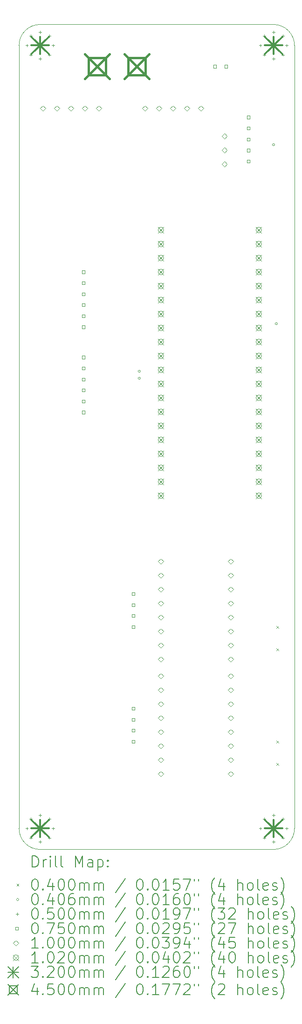
<source format=gbr>
%TF.GenerationSoftware,KiCad,Pcbnew,7.0.2*%
%TF.CreationDate,2023-06-22T18:12:36-04:00*%
%TF.ProjectId,ProtogenBackpackPCB,50726f74-6f67-4656-9e42-61636b706163,rev?*%
%TF.SameCoordinates,Original*%
%TF.FileFunction,Drillmap*%
%TF.FilePolarity,Positive*%
%FSLAX45Y45*%
G04 Gerber Fmt 4.5, Leading zero omitted, Abs format (unit mm)*
G04 Created by KiCad (PCBNEW 7.0.2) date 2023-06-22 18:12:36*
%MOMM*%
%LPD*%
G01*
G04 APERTURE LIST*
%ADD10C,0.101600*%
%ADD11C,0.200000*%
%ADD12C,0.040000*%
%ADD13C,0.040640*%
%ADD14C,0.050000*%
%ADD15C,0.075000*%
%ADD16C,0.100000*%
%ADD17C,0.102000*%
%ADD18C,0.320000*%
%ADD19C,0.450000*%
G04 APERTURE END LIST*
D10*
X11811000Y-2540000D02*
G75*
G03*
X11430000Y-2921000I0J-381000D01*
G01*
X16433800Y-2921000D02*
G75*
G03*
X16052800Y-2540000I-381000J0D01*
G01*
X16052800Y-17526000D02*
G75*
G03*
X16433800Y-17145000I0J381000D01*
G01*
X11430000Y-17145000D02*
G75*
G03*
X11811000Y-17526000I381000J0D01*
G01*
X11430000Y-17145000D02*
X11430000Y-2921000D01*
X16052800Y-17526000D02*
X11811000Y-17526000D01*
X16433800Y-2921000D02*
X16433800Y-17145000D01*
X11811000Y-2540000D02*
X16052800Y-2540000D01*
D11*
D12*
X16109000Y-13467400D02*
X16149000Y-13507400D01*
X16149000Y-13467400D02*
X16109000Y-13507400D01*
X16109000Y-13873800D02*
X16149000Y-13913800D01*
X16149000Y-13873800D02*
X16109000Y-13913800D01*
X16109000Y-15550200D02*
X16149000Y-15590200D01*
X16149000Y-15550200D02*
X16109000Y-15590200D01*
X16109000Y-15959600D02*
X16149000Y-15999600D01*
X16149000Y-15959600D02*
X16109000Y-15999600D01*
D13*
X13634720Y-8839200D02*
G75*
G03*
X13634720Y-8839200I-20320J0D01*
G01*
X13634720Y-8966200D02*
G75*
G03*
X13634720Y-8966200I-20320J0D01*
G01*
X16073120Y-4724400D02*
G75*
G03*
X16073120Y-4724400I-20320J0D01*
G01*
X16123920Y-7975600D02*
G75*
G03*
X16123920Y-7975600I-20320J0D01*
G01*
D14*
X11571000Y-2896000D02*
X11571000Y-2946000D01*
X11546000Y-2921000D02*
X11596000Y-2921000D01*
X11571000Y-17120000D02*
X11571000Y-17170000D01*
X11546000Y-17145000D02*
X11596000Y-17145000D01*
X11641294Y-2726294D02*
X11641294Y-2776294D01*
X11616294Y-2751294D02*
X11666294Y-2751294D01*
X11641294Y-3065706D02*
X11641294Y-3115706D01*
X11616294Y-3090706D02*
X11666294Y-3090706D01*
X11641294Y-16950294D02*
X11641294Y-17000294D01*
X11616294Y-16975294D02*
X11666294Y-16975294D01*
X11641294Y-17289706D02*
X11641294Y-17339706D01*
X11616294Y-17314706D02*
X11666294Y-17314706D01*
X11811000Y-2656000D02*
X11811000Y-2706000D01*
X11786000Y-2681000D02*
X11836000Y-2681000D01*
X11811000Y-3136000D02*
X11811000Y-3186000D01*
X11786000Y-3161000D02*
X11836000Y-3161000D01*
X11811000Y-16880000D02*
X11811000Y-16930000D01*
X11786000Y-16905000D02*
X11836000Y-16905000D01*
X11811000Y-17360000D02*
X11811000Y-17410000D01*
X11786000Y-17385000D02*
X11836000Y-17385000D01*
X11980706Y-2726294D02*
X11980706Y-2776294D01*
X11955706Y-2751294D02*
X12005706Y-2751294D01*
X11980706Y-3065706D02*
X11980706Y-3115706D01*
X11955706Y-3090706D02*
X12005706Y-3090706D01*
X11980706Y-16950294D02*
X11980706Y-17000294D01*
X11955706Y-16975294D02*
X12005706Y-16975294D01*
X11980706Y-17289706D02*
X11980706Y-17339706D01*
X11955706Y-17314706D02*
X12005706Y-17314706D01*
X12051000Y-2896000D02*
X12051000Y-2946000D01*
X12026000Y-2921000D02*
X12076000Y-2921000D01*
X12051000Y-17120000D02*
X12051000Y-17170000D01*
X12026000Y-17145000D02*
X12076000Y-17145000D01*
X15812800Y-2896000D02*
X15812800Y-2946000D01*
X15787800Y-2921000D02*
X15837800Y-2921000D01*
X15812800Y-17120000D02*
X15812800Y-17170000D01*
X15787800Y-17145000D02*
X15837800Y-17145000D01*
X15883094Y-2726294D02*
X15883094Y-2776294D01*
X15858094Y-2751294D02*
X15908094Y-2751294D01*
X15883094Y-3065706D02*
X15883094Y-3115706D01*
X15858094Y-3090706D02*
X15908094Y-3090706D01*
X15883094Y-16950294D02*
X15883094Y-17000294D01*
X15858094Y-16975294D02*
X15908094Y-16975294D01*
X15883094Y-17289706D02*
X15883094Y-17339706D01*
X15858094Y-17314706D02*
X15908094Y-17314706D01*
X16052800Y-2656000D02*
X16052800Y-2706000D01*
X16027800Y-2681000D02*
X16077800Y-2681000D01*
X16052800Y-3136000D02*
X16052800Y-3186000D01*
X16027800Y-3161000D02*
X16077800Y-3161000D01*
X16052800Y-16880000D02*
X16052800Y-16930000D01*
X16027800Y-16905000D02*
X16077800Y-16905000D01*
X16052800Y-17360000D02*
X16052800Y-17410000D01*
X16027800Y-17385000D02*
X16077800Y-17385000D01*
X16222506Y-2726294D02*
X16222506Y-2776294D01*
X16197506Y-2751294D02*
X16247506Y-2751294D01*
X16222506Y-3065706D02*
X16222506Y-3115706D01*
X16197506Y-3090706D02*
X16247506Y-3090706D01*
X16222506Y-16950294D02*
X16222506Y-17000294D01*
X16197506Y-16975294D02*
X16247506Y-16975294D01*
X16222506Y-17289706D02*
X16222506Y-17339706D01*
X16197506Y-17314706D02*
X16247506Y-17314706D01*
X16292800Y-2896000D02*
X16292800Y-2946000D01*
X16267800Y-2921000D02*
X16317800Y-2921000D01*
X16292800Y-17120000D02*
X16292800Y-17170000D01*
X16267800Y-17145000D02*
X16317800Y-17145000D01*
D15*
X12624917Y-7062317D02*
X12624917Y-7009283D01*
X12571883Y-7009283D01*
X12571883Y-7062317D01*
X12624917Y-7062317D01*
X12624917Y-7262317D02*
X12624917Y-7209283D01*
X12571883Y-7209283D01*
X12571883Y-7262317D01*
X12624917Y-7262317D01*
X12624917Y-7462317D02*
X12624917Y-7409283D01*
X12571883Y-7409283D01*
X12571883Y-7462317D01*
X12624917Y-7462317D01*
X12624917Y-7662317D02*
X12624917Y-7609283D01*
X12571883Y-7609283D01*
X12571883Y-7662317D01*
X12624917Y-7662317D01*
X12624917Y-7862317D02*
X12624917Y-7809283D01*
X12571883Y-7809283D01*
X12571883Y-7862317D01*
X12624917Y-7862317D01*
X12624917Y-8062317D02*
X12624917Y-8009283D01*
X12571883Y-8009283D01*
X12571883Y-8062317D01*
X12624917Y-8062317D01*
X12624917Y-8611717D02*
X12624917Y-8558683D01*
X12571883Y-8558683D01*
X12571883Y-8611717D01*
X12624917Y-8611717D01*
X12624917Y-8811717D02*
X12624917Y-8758683D01*
X12571883Y-8758683D01*
X12571883Y-8811717D01*
X12624917Y-8811717D01*
X12624917Y-9011717D02*
X12624917Y-8958683D01*
X12571883Y-8958683D01*
X12571883Y-9011717D01*
X12624917Y-9011717D01*
X12624917Y-9211717D02*
X12624917Y-9158683D01*
X12571883Y-9158683D01*
X12571883Y-9211717D01*
X12624917Y-9211717D01*
X12624917Y-9411717D02*
X12624917Y-9358683D01*
X12571883Y-9358683D01*
X12571883Y-9411717D01*
X12624917Y-9411717D01*
X12624917Y-9611717D02*
X12624917Y-9558683D01*
X12571883Y-9558683D01*
X12571883Y-9611717D01*
X12624917Y-9611717D01*
X13530817Y-12909117D02*
X13530817Y-12856083D01*
X13477783Y-12856083D01*
X13477783Y-12909117D01*
X13530817Y-12909117D01*
X13530817Y-13109117D02*
X13530817Y-13056083D01*
X13477783Y-13056083D01*
X13477783Y-13109117D01*
X13530817Y-13109117D01*
X13530817Y-13309117D02*
X13530817Y-13256083D01*
X13477783Y-13256083D01*
X13477783Y-13309117D01*
X13530817Y-13309117D01*
X13530817Y-13509117D02*
X13530817Y-13456083D01*
X13477783Y-13456083D01*
X13477783Y-13509117D01*
X13530817Y-13509117D01*
X13530817Y-14991917D02*
X13530817Y-14938883D01*
X13477783Y-14938883D01*
X13477783Y-14991917D01*
X13530817Y-14991917D01*
X13530817Y-15191917D02*
X13530817Y-15138883D01*
X13477783Y-15138883D01*
X13477783Y-15191917D01*
X13530817Y-15191917D01*
X13530817Y-15391917D02*
X13530817Y-15338883D01*
X13477783Y-15338883D01*
X13477783Y-15391917D01*
X13530817Y-15391917D01*
X13530817Y-15591917D02*
X13530817Y-15538883D01*
X13477783Y-15538883D01*
X13477783Y-15591917D01*
X13530817Y-15591917D01*
X15015717Y-3328517D02*
X15015717Y-3275483D01*
X14962683Y-3275483D01*
X14962683Y-3328517D01*
X15015717Y-3328517D01*
X15215717Y-3328517D02*
X15215717Y-3275483D01*
X15162683Y-3275483D01*
X15162683Y-3328517D01*
X15215717Y-3328517D01*
X15622117Y-4252517D02*
X15622117Y-4199483D01*
X15569083Y-4199483D01*
X15569083Y-4252517D01*
X15622117Y-4252517D01*
X15622117Y-4452517D02*
X15622117Y-4399483D01*
X15569083Y-4399483D01*
X15569083Y-4452517D01*
X15622117Y-4452517D01*
X15622117Y-4652517D02*
X15622117Y-4599483D01*
X15569083Y-4599483D01*
X15569083Y-4652517D01*
X15622117Y-4652517D01*
X15622117Y-4852517D02*
X15622117Y-4799483D01*
X15569083Y-4799483D01*
X15569083Y-4852517D01*
X15622117Y-4852517D01*
X15622117Y-5052517D02*
X15622117Y-4999483D01*
X15569083Y-4999483D01*
X15569083Y-5052517D01*
X15622117Y-5052517D01*
D16*
X11861800Y-4114000D02*
X11911800Y-4064000D01*
X11861800Y-4014000D01*
X11811800Y-4064000D01*
X11861800Y-4114000D01*
X12115800Y-4114000D02*
X12165800Y-4064000D01*
X12115800Y-4014000D01*
X12065800Y-4064000D01*
X12115800Y-4114000D01*
X12369800Y-4114000D02*
X12419800Y-4064000D01*
X12369800Y-4014000D01*
X12319800Y-4064000D01*
X12369800Y-4114000D01*
X12623800Y-4114000D02*
X12673800Y-4064000D01*
X12623800Y-4014000D01*
X12573800Y-4064000D01*
X12623800Y-4114000D01*
X12877800Y-4114000D02*
X12927800Y-4064000D01*
X12877800Y-4014000D01*
X12827800Y-4064000D01*
X12877800Y-4114000D01*
X13716000Y-4114000D02*
X13766000Y-4064000D01*
X13716000Y-4014000D01*
X13666000Y-4064000D01*
X13716000Y-4114000D01*
X13970000Y-4114000D02*
X14020000Y-4064000D01*
X13970000Y-4014000D01*
X13920000Y-4064000D01*
X13970000Y-4114000D01*
X14007950Y-12343600D02*
X14057950Y-12293600D01*
X14007950Y-12243600D01*
X13957950Y-12293600D01*
X14007950Y-12343600D01*
X14007950Y-12597600D02*
X14057950Y-12547600D01*
X14007950Y-12497600D01*
X13957950Y-12547600D01*
X14007950Y-12597600D01*
X14007950Y-12851600D02*
X14057950Y-12801600D01*
X14007950Y-12751600D01*
X13957950Y-12801600D01*
X14007950Y-12851600D01*
X14007950Y-13105600D02*
X14057950Y-13055600D01*
X14007950Y-13005600D01*
X13957950Y-13055600D01*
X14007950Y-13105600D01*
X14007950Y-13359600D02*
X14057950Y-13309600D01*
X14007950Y-13259600D01*
X13957950Y-13309600D01*
X14007950Y-13359600D01*
X14007950Y-13613600D02*
X14057950Y-13563600D01*
X14007950Y-13513600D01*
X13957950Y-13563600D01*
X14007950Y-13613600D01*
X14007950Y-13867600D02*
X14057950Y-13817600D01*
X14007950Y-13767600D01*
X13957950Y-13817600D01*
X14007950Y-13867600D01*
X14007950Y-14121600D02*
X14057950Y-14071600D01*
X14007950Y-14021600D01*
X13957950Y-14071600D01*
X14007950Y-14121600D01*
X14008100Y-14426400D02*
X14058100Y-14376400D01*
X14008100Y-14326400D01*
X13958100Y-14376400D01*
X14008100Y-14426400D01*
X14008100Y-14680400D02*
X14058100Y-14630400D01*
X14008100Y-14580400D01*
X13958100Y-14630400D01*
X14008100Y-14680400D01*
X14008100Y-14934400D02*
X14058100Y-14884400D01*
X14008100Y-14834400D01*
X13958100Y-14884400D01*
X14008100Y-14934400D01*
X14008100Y-15188400D02*
X14058100Y-15138400D01*
X14008100Y-15088400D01*
X13958100Y-15138400D01*
X14008100Y-15188400D01*
X14008100Y-15442400D02*
X14058100Y-15392400D01*
X14008100Y-15342400D01*
X13958100Y-15392400D01*
X14008100Y-15442400D01*
X14008100Y-15696400D02*
X14058100Y-15646400D01*
X14008100Y-15596400D01*
X13958100Y-15646400D01*
X14008100Y-15696400D01*
X14008100Y-15950400D02*
X14058100Y-15900400D01*
X14008100Y-15850400D01*
X13958100Y-15900400D01*
X14008100Y-15950400D01*
X14008100Y-16204400D02*
X14058100Y-16154400D01*
X14008100Y-16104400D01*
X13958100Y-16154400D01*
X14008100Y-16204400D01*
X14224000Y-4114000D02*
X14274000Y-4064000D01*
X14224000Y-4014000D01*
X14174000Y-4064000D01*
X14224000Y-4114000D01*
X14478000Y-4114000D02*
X14528000Y-4064000D01*
X14478000Y-4014000D01*
X14428000Y-4064000D01*
X14478000Y-4114000D01*
X14732000Y-4114000D02*
X14782000Y-4064000D01*
X14732000Y-4014000D01*
X14682000Y-4064000D01*
X14732000Y-4114000D01*
X15161300Y-4620500D02*
X15211300Y-4570500D01*
X15161300Y-4520500D01*
X15111300Y-4570500D01*
X15161300Y-4620500D01*
X15161300Y-4874500D02*
X15211300Y-4824500D01*
X15161300Y-4774500D01*
X15111300Y-4824500D01*
X15161300Y-4874500D01*
X15161300Y-5128500D02*
X15211300Y-5078500D01*
X15161300Y-5028500D01*
X15111300Y-5078500D01*
X15161300Y-5128500D01*
X15277950Y-12343600D02*
X15327950Y-12293600D01*
X15277950Y-12243600D01*
X15227950Y-12293600D01*
X15277950Y-12343600D01*
X15277950Y-12597600D02*
X15327950Y-12547600D01*
X15277950Y-12497600D01*
X15227950Y-12547600D01*
X15277950Y-12597600D01*
X15277950Y-12851600D02*
X15327950Y-12801600D01*
X15277950Y-12751600D01*
X15227950Y-12801600D01*
X15277950Y-12851600D01*
X15277950Y-13105600D02*
X15327950Y-13055600D01*
X15277950Y-13005600D01*
X15227950Y-13055600D01*
X15277950Y-13105600D01*
X15277950Y-13359600D02*
X15327950Y-13309600D01*
X15277950Y-13259600D01*
X15227950Y-13309600D01*
X15277950Y-13359600D01*
X15277950Y-13613600D02*
X15327950Y-13563600D01*
X15277950Y-13513600D01*
X15227950Y-13563600D01*
X15277950Y-13613600D01*
X15277950Y-13867600D02*
X15327950Y-13817600D01*
X15277950Y-13767600D01*
X15227950Y-13817600D01*
X15277950Y-13867600D01*
X15277950Y-14121600D02*
X15327950Y-14071600D01*
X15277950Y-14021600D01*
X15227950Y-14071600D01*
X15277950Y-14121600D01*
X15278100Y-14426400D02*
X15328100Y-14376400D01*
X15278100Y-14326400D01*
X15228100Y-14376400D01*
X15278100Y-14426400D01*
X15278100Y-14680400D02*
X15328100Y-14630400D01*
X15278100Y-14580400D01*
X15228100Y-14630400D01*
X15278100Y-14680400D01*
X15278100Y-14934400D02*
X15328100Y-14884400D01*
X15278100Y-14834400D01*
X15228100Y-14884400D01*
X15278100Y-14934400D01*
X15278100Y-15188400D02*
X15328100Y-15138400D01*
X15278100Y-15088400D01*
X15228100Y-15138400D01*
X15278100Y-15188400D01*
X15278100Y-15442400D02*
X15328100Y-15392400D01*
X15278100Y-15342400D01*
X15228100Y-15392400D01*
X15278100Y-15442400D01*
X15278100Y-15696400D02*
X15328100Y-15646400D01*
X15278100Y-15596400D01*
X15228100Y-15646400D01*
X15278100Y-15696400D01*
X15278100Y-15950400D02*
X15328100Y-15900400D01*
X15278100Y-15850400D01*
X15228100Y-15900400D01*
X15278100Y-15950400D01*
X15278100Y-16204400D02*
X15328100Y-16154400D01*
X15278100Y-16104400D01*
X15228100Y-16154400D01*
X15278100Y-16204400D01*
D17*
X13957100Y-6222800D02*
X14059100Y-6324800D01*
X14059100Y-6222800D02*
X13957100Y-6324800D01*
X14059100Y-6273800D02*
G75*
G03*
X14059100Y-6273800I-51000J0D01*
G01*
X13957100Y-6476800D02*
X14059100Y-6578800D01*
X14059100Y-6476800D02*
X13957100Y-6578800D01*
X14059100Y-6527800D02*
G75*
G03*
X14059100Y-6527800I-51000J0D01*
G01*
X13957100Y-6730800D02*
X14059100Y-6832800D01*
X14059100Y-6730800D02*
X13957100Y-6832800D01*
X14059100Y-6781800D02*
G75*
G03*
X14059100Y-6781800I-51000J0D01*
G01*
X13957100Y-6984800D02*
X14059100Y-7086800D01*
X14059100Y-6984800D02*
X13957100Y-7086800D01*
X14059100Y-7035800D02*
G75*
G03*
X14059100Y-7035800I-51000J0D01*
G01*
X13957100Y-7238800D02*
X14059100Y-7340800D01*
X14059100Y-7238800D02*
X13957100Y-7340800D01*
X14059100Y-7289800D02*
G75*
G03*
X14059100Y-7289800I-51000J0D01*
G01*
X13957100Y-7492800D02*
X14059100Y-7594800D01*
X14059100Y-7492800D02*
X13957100Y-7594800D01*
X14059100Y-7543800D02*
G75*
G03*
X14059100Y-7543800I-51000J0D01*
G01*
X13957100Y-7746800D02*
X14059100Y-7848800D01*
X14059100Y-7746800D02*
X13957100Y-7848800D01*
X14059100Y-7797800D02*
G75*
G03*
X14059100Y-7797800I-51000J0D01*
G01*
X13957100Y-8000800D02*
X14059100Y-8102800D01*
X14059100Y-8000800D02*
X13957100Y-8102800D01*
X14059100Y-8051800D02*
G75*
G03*
X14059100Y-8051800I-51000J0D01*
G01*
X13957100Y-8254800D02*
X14059100Y-8356800D01*
X14059100Y-8254800D02*
X13957100Y-8356800D01*
X14059100Y-8305800D02*
G75*
G03*
X14059100Y-8305800I-51000J0D01*
G01*
X13957100Y-8508800D02*
X14059100Y-8610800D01*
X14059100Y-8508800D02*
X13957100Y-8610800D01*
X14059100Y-8559800D02*
G75*
G03*
X14059100Y-8559800I-51000J0D01*
G01*
X13957100Y-8762800D02*
X14059100Y-8864800D01*
X14059100Y-8762800D02*
X13957100Y-8864800D01*
X14059100Y-8813800D02*
G75*
G03*
X14059100Y-8813800I-51000J0D01*
G01*
X13957100Y-9016800D02*
X14059100Y-9118800D01*
X14059100Y-9016800D02*
X13957100Y-9118800D01*
X14059100Y-9067800D02*
G75*
G03*
X14059100Y-9067800I-51000J0D01*
G01*
X13957100Y-9270800D02*
X14059100Y-9372800D01*
X14059100Y-9270800D02*
X13957100Y-9372800D01*
X14059100Y-9321800D02*
G75*
G03*
X14059100Y-9321800I-51000J0D01*
G01*
X13957100Y-9524800D02*
X14059100Y-9626800D01*
X14059100Y-9524800D02*
X13957100Y-9626800D01*
X14059100Y-9575800D02*
G75*
G03*
X14059100Y-9575800I-51000J0D01*
G01*
X13957100Y-9778800D02*
X14059100Y-9880800D01*
X14059100Y-9778800D02*
X13957100Y-9880800D01*
X14059100Y-9829800D02*
G75*
G03*
X14059100Y-9829800I-51000J0D01*
G01*
X13957100Y-10032800D02*
X14059100Y-10134800D01*
X14059100Y-10032800D02*
X13957100Y-10134800D01*
X14059100Y-10083800D02*
G75*
G03*
X14059100Y-10083800I-51000J0D01*
G01*
X13957100Y-10286800D02*
X14059100Y-10388800D01*
X14059100Y-10286800D02*
X13957100Y-10388800D01*
X14059100Y-10337800D02*
G75*
G03*
X14059100Y-10337800I-51000J0D01*
G01*
X13957100Y-10540800D02*
X14059100Y-10642800D01*
X14059100Y-10540800D02*
X13957100Y-10642800D01*
X14059100Y-10591800D02*
G75*
G03*
X14059100Y-10591800I-51000J0D01*
G01*
X13957100Y-10794800D02*
X14059100Y-10896800D01*
X14059100Y-10794800D02*
X13957100Y-10896800D01*
X14059100Y-10845800D02*
G75*
G03*
X14059100Y-10845800I-51000J0D01*
G01*
X13957100Y-11048800D02*
X14059100Y-11150800D01*
X14059100Y-11048800D02*
X13957100Y-11150800D01*
X14059100Y-11099800D02*
G75*
G03*
X14059100Y-11099800I-51000J0D01*
G01*
X15735100Y-6222800D02*
X15837100Y-6324800D01*
X15837100Y-6222800D02*
X15735100Y-6324800D01*
X15837100Y-6273800D02*
G75*
G03*
X15837100Y-6273800I-51000J0D01*
G01*
X15735100Y-6476800D02*
X15837100Y-6578800D01*
X15837100Y-6476800D02*
X15735100Y-6578800D01*
X15837100Y-6527800D02*
G75*
G03*
X15837100Y-6527800I-51000J0D01*
G01*
X15735100Y-6730800D02*
X15837100Y-6832800D01*
X15837100Y-6730800D02*
X15735100Y-6832800D01*
X15837100Y-6781800D02*
G75*
G03*
X15837100Y-6781800I-51000J0D01*
G01*
X15735100Y-6984800D02*
X15837100Y-7086800D01*
X15837100Y-6984800D02*
X15735100Y-7086800D01*
X15837100Y-7035800D02*
G75*
G03*
X15837100Y-7035800I-51000J0D01*
G01*
X15735100Y-7238800D02*
X15837100Y-7340800D01*
X15837100Y-7238800D02*
X15735100Y-7340800D01*
X15837100Y-7289800D02*
G75*
G03*
X15837100Y-7289800I-51000J0D01*
G01*
X15735100Y-7492800D02*
X15837100Y-7594800D01*
X15837100Y-7492800D02*
X15735100Y-7594800D01*
X15837100Y-7543800D02*
G75*
G03*
X15837100Y-7543800I-51000J0D01*
G01*
X15735100Y-7746800D02*
X15837100Y-7848800D01*
X15837100Y-7746800D02*
X15735100Y-7848800D01*
X15837100Y-7797800D02*
G75*
G03*
X15837100Y-7797800I-51000J0D01*
G01*
X15735100Y-8000800D02*
X15837100Y-8102800D01*
X15837100Y-8000800D02*
X15735100Y-8102800D01*
X15837100Y-8051800D02*
G75*
G03*
X15837100Y-8051800I-51000J0D01*
G01*
X15735100Y-8254800D02*
X15837100Y-8356800D01*
X15837100Y-8254800D02*
X15735100Y-8356800D01*
X15837100Y-8305800D02*
G75*
G03*
X15837100Y-8305800I-51000J0D01*
G01*
X15735100Y-8508800D02*
X15837100Y-8610800D01*
X15837100Y-8508800D02*
X15735100Y-8610800D01*
X15837100Y-8559800D02*
G75*
G03*
X15837100Y-8559800I-51000J0D01*
G01*
X15735100Y-8762800D02*
X15837100Y-8864800D01*
X15837100Y-8762800D02*
X15735100Y-8864800D01*
X15837100Y-8813800D02*
G75*
G03*
X15837100Y-8813800I-51000J0D01*
G01*
X15735100Y-9016800D02*
X15837100Y-9118800D01*
X15837100Y-9016800D02*
X15735100Y-9118800D01*
X15837100Y-9067800D02*
G75*
G03*
X15837100Y-9067800I-51000J0D01*
G01*
X15735100Y-9270800D02*
X15837100Y-9372800D01*
X15837100Y-9270800D02*
X15735100Y-9372800D01*
X15837100Y-9321800D02*
G75*
G03*
X15837100Y-9321800I-51000J0D01*
G01*
X15735100Y-9524800D02*
X15837100Y-9626800D01*
X15837100Y-9524800D02*
X15735100Y-9626800D01*
X15837100Y-9575800D02*
G75*
G03*
X15837100Y-9575800I-51000J0D01*
G01*
X15735100Y-9778800D02*
X15837100Y-9880800D01*
X15837100Y-9778800D02*
X15735100Y-9880800D01*
X15837100Y-9829800D02*
G75*
G03*
X15837100Y-9829800I-51000J0D01*
G01*
X15735100Y-10032800D02*
X15837100Y-10134800D01*
X15837100Y-10032800D02*
X15735100Y-10134800D01*
X15837100Y-10083800D02*
G75*
G03*
X15837100Y-10083800I-51000J0D01*
G01*
X15735100Y-10286800D02*
X15837100Y-10388800D01*
X15837100Y-10286800D02*
X15735100Y-10388800D01*
X15837100Y-10337800D02*
G75*
G03*
X15837100Y-10337800I-51000J0D01*
G01*
X15735100Y-10540800D02*
X15837100Y-10642800D01*
X15837100Y-10540800D02*
X15735100Y-10642800D01*
X15837100Y-10591800D02*
G75*
G03*
X15837100Y-10591800I-51000J0D01*
G01*
X15735100Y-10794800D02*
X15837100Y-10896800D01*
X15837100Y-10794800D02*
X15735100Y-10896800D01*
X15837100Y-10845800D02*
G75*
G03*
X15837100Y-10845800I-51000J0D01*
G01*
X15735100Y-11048800D02*
X15837100Y-11150800D01*
X15837100Y-11048800D02*
X15735100Y-11150800D01*
X15837100Y-11099800D02*
G75*
G03*
X15837100Y-11099800I-51000J0D01*
G01*
D18*
X11651000Y-2761000D02*
X11971000Y-3081000D01*
X11971000Y-2761000D02*
X11651000Y-3081000D01*
X11811000Y-2761000D02*
X11811000Y-3081000D01*
X11651000Y-2921000D02*
X11971000Y-2921000D01*
X11651000Y-16985000D02*
X11971000Y-17305000D01*
X11971000Y-16985000D02*
X11651000Y-17305000D01*
X11811000Y-16985000D02*
X11811000Y-17305000D01*
X11651000Y-17145000D02*
X11971000Y-17145000D01*
X15892800Y-2761000D02*
X16212800Y-3081000D01*
X16212800Y-2761000D02*
X15892800Y-3081000D01*
X16052800Y-2761000D02*
X16052800Y-3081000D01*
X15892800Y-2921000D02*
X16212800Y-2921000D01*
X15892800Y-16985000D02*
X16212800Y-17305000D01*
X16212800Y-16985000D02*
X15892800Y-17305000D01*
X16052800Y-16985000D02*
X16052800Y-17305000D01*
X15892800Y-17145000D02*
X16212800Y-17145000D01*
D19*
X12623000Y-3077000D02*
X13073000Y-3527000D01*
X13073000Y-3077000D02*
X12623000Y-3527000D01*
X13007101Y-3461101D02*
X13007101Y-3142899D01*
X12688899Y-3142899D01*
X12688899Y-3461101D01*
X13007101Y-3461101D01*
X13343000Y-3077000D02*
X13793000Y-3527000D01*
X13793000Y-3077000D02*
X13343000Y-3527000D01*
X13727101Y-3461101D02*
X13727101Y-3142899D01*
X13408899Y-3142899D01*
X13408899Y-3461101D01*
X13727101Y-3461101D01*
D11*
X11672539Y-17843604D02*
X11672539Y-17643604D01*
X11672539Y-17643604D02*
X11720158Y-17643604D01*
X11720158Y-17643604D02*
X11748729Y-17653128D01*
X11748729Y-17653128D02*
X11767777Y-17672175D01*
X11767777Y-17672175D02*
X11777301Y-17691223D01*
X11777301Y-17691223D02*
X11786825Y-17729318D01*
X11786825Y-17729318D02*
X11786825Y-17757890D01*
X11786825Y-17757890D02*
X11777301Y-17795985D01*
X11777301Y-17795985D02*
X11767777Y-17815032D01*
X11767777Y-17815032D02*
X11748729Y-17834080D01*
X11748729Y-17834080D02*
X11720158Y-17843604D01*
X11720158Y-17843604D02*
X11672539Y-17843604D01*
X11872539Y-17843604D02*
X11872539Y-17710270D01*
X11872539Y-17748366D02*
X11882063Y-17729318D01*
X11882063Y-17729318D02*
X11891587Y-17719794D01*
X11891587Y-17719794D02*
X11910634Y-17710270D01*
X11910634Y-17710270D02*
X11929682Y-17710270D01*
X11996348Y-17843604D02*
X11996348Y-17710270D01*
X11996348Y-17643604D02*
X11986825Y-17653128D01*
X11986825Y-17653128D02*
X11996348Y-17662651D01*
X11996348Y-17662651D02*
X12005872Y-17653128D01*
X12005872Y-17653128D02*
X11996348Y-17643604D01*
X11996348Y-17643604D02*
X11996348Y-17662651D01*
X12120158Y-17843604D02*
X12101110Y-17834080D01*
X12101110Y-17834080D02*
X12091587Y-17815032D01*
X12091587Y-17815032D02*
X12091587Y-17643604D01*
X12224920Y-17843604D02*
X12205872Y-17834080D01*
X12205872Y-17834080D02*
X12196348Y-17815032D01*
X12196348Y-17815032D02*
X12196348Y-17643604D01*
X12453491Y-17843604D02*
X12453491Y-17643604D01*
X12453491Y-17643604D02*
X12520158Y-17786461D01*
X12520158Y-17786461D02*
X12586825Y-17643604D01*
X12586825Y-17643604D02*
X12586825Y-17843604D01*
X12767777Y-17843604D02*
X12767777Y-17738842D01*
X12767777Y-17738842D02*
X12758253Y-17719794D01*
X12758253Y-17719794D02*
X12739206Y-17710270D01*
X12739206Y-17710270D02*
X12701110Y-17710270D01*
X12701110Y-17710270D02*
X12682063Y-17719794D01*
X12767777Y-17834080D02*
X12748729Y-17843604D01*
X12748729Y-17843604D02*
X12701110Y-17843604D01*
X12701110Y-17843604D02*
X12682063Y-17834080D01*
X12682063Y-17834080D02*
X12672539Y-17815032D01*
X12672539Y-17815032D02*
X12672539Y-17795985D01*
X12672539Y-17795985D02*
X12682063Y-17776937D01*
X12682063Y-17776937D02*
X12701110Y-17767413D01*
X12701110Y-17767413D02*
X12748729Y-17767413D01*
X12748729Y-17767413D02*
X12767777Y-17757890D01*
X12863015Y-17710270D02*
X12863015Y-17910270D01*
X12863015Y-17719794D02*
X12882063Y-17710270D01*
X12882063Y-17710270D02*
X12920158Y-17710270D01*
X12920158Y-17710270D02*
X12939206Y-17719794D01*
X12939206Y-17719794D02*
X12948729Y-17729318D01*
X12948729Y-17729318D02*
X12958253Y-17748366D01*
X12958253Y-17748366D02*
X12958253Y-17805509D01*
X12958253Y-17805509D02*
X12948729Y-17824556D01*
X12948729Y-17824556D02*
X12939206Y-17834080D01*
X12939206Y-17834080D02*
X12920158Y-17843604D01*
X12920158Y-17843604D02*
X12882063Y-17843604D01*
X12882063Y-17843604D02*
X12863015Y-17834080D01*
X13043968Y-17824556D02*
X13053491Y-17834080D01*
X13053491Y-17834080D02*
X13043968Y-17843604D01*
X13043968Y-17843604D02*
X13034444Y-17834080D01*
X13034444Y-17834080D02*
X13043968Y-17824556D01*
X13043968Y-17824556D02*
X13043968Y-17843604D01*
X13043968Y-17719794D02*
X13053491Y-17729318D01*
X13053491Y-17729318D02*
X13043968Y-17738842D01*
X13043968Y-17738842D02*
X13034444Y-17729318D01*
X13034444Y-17729318D02*
X13043968Y-17719794D01*
X13043968Y-17719794D02*
X13043968Y-17738842D01*
D12*
X11384920Y-18151080D02*
X11424920Y-18191080D01*
X11424920Y-18151080D02*
X11384920Y-18191080D01*
D11*
X11710634Y-18063604D02*
X11729682Y-18063604D01*
X11729682Y-18063604D02*
X11748729Y-18073128D01*
X11748729Y-18073128D02*
X11758253Y-18082651D01*
X11758253Y-18082651D02*
X11767777Y-18101699D01*
X11767777Y-18101699D02*
X11777301Y-18139794D01*
X11777301Y-18139794D02*
X11777301Y-18187413D01*
X11777301Y-18187413D02*
X11767777Y-18225509D01*
X11767777Y-18225509D02*
X11758253Y-18244556D01*
X11758253Y-18244556D02*
X11748729Y-18254080D01*
X11748729Y-18254080D02*
X11729682Y-18263604D01*
X11729682Y-18263604D02*
X11710634Y-18263604D01*
X11710634Y-18263604D02*
X11691587Y-18254080D01*
X11691587Y-18254080D02*
X11682063Y-18244556D01*
X11682063Y-18244556D02*
X11672539Y-18225509D01*
X11672539Y-18225509D02*
X11663015Y-18187413D01*
X11663015Y-18187413D02*
X11663015Y-18139794D01*
X11663015Y-18139794D02*
X11672539Y-18101699D01*
X11672539Y-18101699D02*
X11682063Y-18082651D01*
X11682063Y-18082651D02*
X11691587Y-18073128D01*
X11691587Y-18073128D02*
X11710634Y-18063604D01*
X11863015Y-18244556D02*
X11872539Y-18254080D01*
X11872539Y-18254080D02*
X11863015Y-18263604D01*
X11863015Y-18263604D02*
X11853491Y-18254080D01*
X11853491Y-18254080D02*
X11863015Y-18244556D01*
X11863015Y-18244556D02*
X11863015Y-18263604D01*
X12043968Y-18130270D02*
X12043968Y-18263604D01*
X11996348Y-18054080D02*
X11948729Y-18196937D01*
X11948729Y-18196937D02*
X12072539Y-18196937D01*
X12186825Y-18063604D02*
X12205872Y-18063604D01*
X12205872Y-18063604D02*
X12224920Y-18073128D01*
X12224920Y-18073128D02*
X12234444Y-18082651D01*
X12234444Y-18082651D02*
X12243968Y-18101699D01*
X12243968Y-18101699D02*
X12253491Y-18139794D01*
X12253491Y-18139794D02*
X12253491Y-18187413D01*
X12253491Y-18187413D02*
X12243968Y-18225509D01*
X12243968Y-18225509D02*
X12234444Y-18244556D01*
X12234444Y-18244556D02*
X12224920Y-18254080D01*
X12224920Y-18254080D02*
X12205872Y-18263604D01*
X12205872Y-18263604D02*
X12186825Y-18263604D01*
X12186825Y-18263604D02*
X12167777Y-18254080D01*
X12167777Y-18254080D02*
X12158253Y-18244556D01*
X12158253Y-18244556D02*
X12148729Y-18225509D01*
X12148729Y-18225509D02*
X12139206Y-18187413D01*
X12139206Y-18187413D02*
X12139206Y-18139794D01*
X12139206Y-18139794D02*
X12148729Y-18101699D01*
X12148729Y-18101699D02*
X12158253Y-18082651D01*
X12158253Y-18082651D02*
X12167777Y-18073128D01*
X12167777Y-18073128D02*
X12186825Y-18063604D01*
X12377301Y-18063604D02*
X12396349Y-18063604D01*
X12396349Y-18063604D02*
X12415396Y-18073128D01*
X12415396Y-18073128D02*
X12424920Y-18082651D01*
X12424920Y-18082651D02*
X12434444Y-18101699D01*
X12434444Y-18101699D02*
X12443968Y-18139794D01*
X12443968Y-18139794D02*
X12443968Y-18187413D01*
X12443968Y-18187413D02*
X12434444Y-18225509D01*
X12434444Y-18225509D02*
X12424920Y-18244556D01*
X12424920Y-18244556D02*
X12415396Y-18254080D01*
X12415396Y-18254080D02*
X12396349Y-18263604D01*
X12396349Y-18263604D02*
X12377301Y-18263604D01*
X12377301Y-18263604D02*
X12358253Y-18254080D01*
X12358253Y-18254080D02*
X12348729Y-18244556D01*
X12348729Y-18244556D02*
X12339206Y-18225509D01*
X12339206Y-18225509D02*
X12329682Y-18187413D01*
X12329682Y-18187413D02*
X12329682Y-18139794D01*
X12329682Y-18139794D02*
X12339206Y-18101699D01*
X12339206Y-18101699D02*
X12348729Y-18082651D01*
X12348729Y-18082651D02*
X12358253Y-18073128D01*
X12358253Y-18073128D02*
X12377301Y-18063604D01*
X12529682Y-18263604D02*
X12529682Y-18130270D01*
X12529682Y-18149318D02*
X12539206Y-18139794D01*
X12539206Y-18139794D02*
X12558253Y-18130270D01*
X12558253Y-18130270D02*
X12586825Y-18130270D01*
X12586825Y-18130270D02*
X12605872Y-18139794D01*
X12605872Y-18139794D02*
X12615396Y-18158842D01*
X12615396Y-18158842D02*
X12615396Y-18263604D01*
X12615396Y-18158842D02*
X12624920Y-18139794D01*
X12624920Y-18139794D02*
X12643968Y-18130270D01*
X12643968Y-18130270D02*
X12672539Y-18130270D01*
X12672539Y-18130270D02*
X12691587Y-18139794D01*
X12691587Y-18139794D02*
X12701110Y-18158842D01*
X12701110Y-18158842D02*
X12701110Y-18263604D01*
X12796349Y-18263604D02*
X12796349Y-18130270D01*
X12796349Y-18149318D02*
X12805872Y-18139794D01*
X12805872Y-18139794D02*
X12824920Y-18130270D01*
X12824920Y-18130270D02*
X12853491Y-18130270D01*
X12853491Y-18130270D02*
X12872539Y-18139794D01*
X12872539Y-18139794D02*
X12882063Y-18158842D01*
X12882063Y-18158842D02*
X12882063Y-18263604D01*
X12882063Y-18158842D02*
X12891587Y-18139794D01*
X12891587Y-18139794D02*
X12910634Y-18130270D01*
X12910634Y-18130270D02*
X12939206Y-18130270D01*
X12939206Y-18130270D02*
X12958253Y-18139794D01*
X12958253Y-18139794D02*
X12967777Y-18158842D01*
X12967777Y-18158842D02*
X12967777Y-18263604D01*
X13358253Y-18054080D02*
X13186825Y-18311223D01*
X13615396Y-18063604D02*
X13634444Y-18063604D01*
X13634444Y-18063604D02*
X13653492Y-18073128D01*
X13653492Y-18073128D02*
X13663015Y-18082651D01*
X13663015Y-18082651D02*
X13672539Y-18101699D01*
X13672539Y-18101699D02*
X13682063Y-18139794D01*
X13682063Y-18139794D02*
X13682063Y-18187413D01*
X13682063Y-18187413D02*
X13672539Y-18225509D01*
X13672539Y-18225509D02*
X13663015Y-18244556D01*
X13663015Y-18244556D02*
X13653492Y-18254080D01*
X13653492Y-18254080D02*
X13634444Y-18263604D01*
X13634444Y-18263604D02*
X13615396Y-18263604D01*
X13615396Y-18263604D02*
X13596349Y-18254080D01*
X13596349Y-18254080D02*
X13586825Y-18244556D01*
X13586825Y-18244556D02*
X13577301Y-18225509D01*
X13577301Y-18225509D02*
X13567777Y-18187413D01*
X13567777Y-18187413D02*
X13567777Y-18139794D01*
X13567777Y-18139794D02*
X13577301Y-18101699D01*
X13577301Y-18101699D02*
X13586825Y-18082651D01*
X13586825Y-18082651D02*
X13596349Y-18073128D01*
X13596349Y-18073128D02*
X13615396Y-18063604D01*
X13767777Y-18244556D02*
X13777301Y-18254080D01*
X13777301Y-18254080D02*
X13767777Y-18263604D01*
X13767777Y-18263604D02*
X13758253Y-18254080D01*
X13758253Y-18254080D02*
X13767777Y-18244556D01*
X13767777Y-18244556D02*
X13767777Y-18263604D01*
X13901111Y-18063604D02*
X13920158Y-18063604D01*
X13920158Y-18063604D02*
X13939206Y-18073128D01*
X13939206Y-18073128D02*
X13948730Y-18082651D01*
X13948730Y-18082651D02*
X13958253Y-18101699D01*
X13958253Y-18101699D02*
X13967777Y-18139794D01*
X13967777Y-18139794D02*
X13967777Y-18187413D01*
X13967777Y-18187413D02*
X13958253Y-18225509D01*
X13958253Y-18225509D02*
X13948730Y-18244556D01*
X13948730Y-18244556D02*
X13939206Y-18254080D01*
X13939206Y-18254080D02*
X13920158Y-18263604D01*
X13920158Y-18263604D02*
X13901111Y-18263604D01*
X13901111Y-18263604D02*
X13882063Y-18254080D01*
X13882063Y-18254080D02*
X13872539Y-18244556D01*
X13872539Y-18244556D02*
X13863015Y-18225509D01*
X13863015Y-18225509D02*
X13853492Y-18187413D01*
X13853492Y-18187413D02*
X13853492Y-18139794D01*
X13853492Y-18139794D02*
X13863015Y-18101699D01*
X13863015Y-18101699D02*
X13872539Y-18082651D01*
X13872539Y-18082651D02*
X13882063Y-18073128D01*
X13882063Y-18073128D02*
X13901111Y-18063604D01*
X14158253Y-18263604D02*
X14043968Y-18263604D01*
X14101111Y-18263604D02*
X14101111Y-18063604D01*
X14101111Y-18063604D02*
X14082063Y-18092175D01*
X14082063Y-18092175D02*
X14063015Y-18111223D01*
X14063015Y-18111223D02*
X14043968Y-18120747D01*
X14339206Y-18063604D02*
X14243968Y-18063604D01*
X14243968Y-18063604D02*
X14234444Y-18158842D01*
X14234444Y-18158842D02*
X14243968Y-18149318D01*
X14243968Y-18149318D02*
X14263015Y-18139794D01*
X14263015Y-18139794D02*
X14310634Y-18139794D01*
X14310634Y-18139794D02*
X14329682Y-18149318D01*
X14329682Y-18149318D02*
X14339206Y-18158842D01*
X14339206Y-18158842D02*
X14348730Y-18177890D01*
X14348730Y-18177890D02*
X14348730Y-18225509D01*
X14348730Y-18225509D02*
X14339206Y-18244556D01*
X14339206Y-18244556D02*
X14329682Y-18254080D01*
X14329682Y-18254080D02*
X14310634Y-18263604D01*
X14310634Y-18263604D02*
X14263015Y-18263604D01*
X14263015Y-18263604D02*
X14243968Y-18254080D01*
X14243968Y-18254080D02*
X14234444Y-18244556D01*
X14415396Y-18063604D02*
X14548730Y-18063604D01*
X14548730Y-18063604D02*
X14463015Y-18263604D01*
X14615396Y-18063604D02*
X14615396Y-18101699D01*
X14691587Y-18063604D02*
X14691587Y-18101699D01*
X14986825Y-18339794D02*
X14977301Y-18330270D01*
X14977301Y-18330270D02*
X14958254Y-18301699D01*
X14958254Y-18301699D02*
X14948730Y-18282651D01*
X14948730Y-18282651D02*
X14939206Y-18254080D01*
X14939206Y-18254080D02*
X14929682Y-18206461D01*
X14929682Y-18206461D02*
X14929682Y-18168366D01*
X14929682Y-18168366D02*
X14939206Y-18120747D01*
X14939206Y-18120747D02*
X14948730Y-18092175D01*
X14948730Y-18092175D02*
X14958254Y-18073128D01*
X14958254Y-18073128D02*
X14977301Y-18044556D01*
X14977301Y-18044556D02*
X14986825Y-18035032D01*
X15148730Y-18130270D02*
X15148730Y-18263604D01*
X15101111Y-18054080D02*
X15053492Y-18196937D01*
X15053492Y-18196937D02*
X15177301Y-18196937D01*
X15405873Y-18263604D02*
X15405873Y-18063604D01*
X15491587Y-18263604D02*
X15491587Y-18158842D01*
X15491587Y-18158842D02*
X15482063Y-18139794D01*
X15482063Y-18139794D02*
X15463016Y-18130270D01*
X15463016Y-18130270D02*
X15434444Y-18130270D01*
X15434444Y-18130270D02*
X15415396Y-18139794D01*
X15415396Y-18139794D02*
X15405873Y-18149318D01*
X15615396Y-18263604D02*
X15596349Y-18254080D01*
X15596349Y-18254080D02*
X15586825Y-18244556D01*
X15586825Y-18244556D02*
X15577301Y-18225509D01*
X15577301Y-18225509D02*
X15577301Y-18168366D01*
X15577301Y-18168366D02*
X15586825Y-18149318D01*
X15586825Y-18149318D02*
X15596349Y-18139794D01*
X15596349Y-18139794D02*
X15615396Y-18130270D01*
X15615396Y-18130270D02*
X15643968Y-18130270D01*
X15643968Y-18130270D02*
X15663016Y-18139794D01*
X15663016Y-18139794D02*
X15672539Y-18149318D01*
X15672539Y-18149318D02*
X15682063Y-18168366D01*
X15682063Y-18168366D02*
X15682063Y-18225509D01*
X15682063Y-18225509D02*
X15672539Y-18244556D01*
X15672539Y-18244556D02*
X15663016Y-18254080D01*
X15663016Y-18254080D02*
X15643968Y-18263604D01*
X15643968Y-18263604D02*
X15615396Y-18263604D01*
X15796349Y-18263604D02*
X15777301Y-18254080D01*
X15777301Y-18254080D02*
X15767777Y-18235032D01*
X15767777Y-18235032D02*
X15767777Y-18063604D01*
X15948730Y-18254080D02*
X15929682Y-18263604D01*
X15929682Y-18263604D02*
X15891587Y-18263604D01*
X15891587Y-18263604D02*
X15872539Y-18254080D01*
X15872539Y-18254080D02*
X15863016Y-18235032D01*
X15863016Y-18235032D02*
X15863016Y-18158842D01*
X15863016Y-18158842D02*
X15872539Y-18139794D01*
X15872539Y-18139794D02*
X15891587Y-18130270D01*
X15891587Y-18130270D02*
X15929682Y-18130270D01*
X15929682Y-18130270D02*
X15948730Y-18139794D01*
X15948730Y-18139794D02*
X15958254Y-18158842D01*
X15958254Y-18158842D02*
X15958254Y-18177890D01*
X15958254Y-18177890D02*
X15863016Y-18196937D01*
X16034444Y-18254080D02*
X16053492Y-18263604D01*
X16053492Y-18263604D02*
X16091587Y-18263604D01*
X16091587Y-18263604D02*
X16110635Y-18254080D01*
X16110635Y-18254080D02*
X16120158Y-18235032D01*
X16120158Y-18235032D02*
X16120158Y-18225509D01*
X16120158Y-18225509D02*
X16110635Y-18206461D01*
X16110635Y-18206461D02*
X16091587Y-18196937D01*
X16091587Y-18196937D02*
X16063016Y-18196937D01*
X16063016Y-18196937D02*
X16043968Y-18187413D01*
X16043968Y-18187413D02*
X16034444Y-18168366D01*
X16034444Y-18168366D02*
X16034444Y-18158842D01*
X16034444Y-18158842D02*
X16043968Y-18139794D01*
X16043968Y-18139794D02*
X16063016Y-18130270D01*
X16063016Y-18130270D02*
X16091587Y-18130270D01*
X16091587Y-18130270D02*
X16110635Y-18139794D01*
X16186825Y-18339794D02*
X16196349Y-18330270D01*
X16196349Y-18330270D02*
X16215397Y-18301699D01*
X16215397Y-18301699D02*
X16224920Y-18282651D01*
X16224920Y-18282651D02*
X16234444Y-18254080D01*
X16234444Y-18254080D02*
X16243968Y-18206461D01*
X16243968Y-18206461D02*
X16243968Y-18168366D01*
X16243968Y-18168366D02*
X16234444Y-18120747D01*
X16234444Y-18120747D02*
X16224920Y-18092175D01*
X16224920Y-18092175D02*
X16215397Y-18073128D01*
X16215397Y-18073128D02*
X16196349Y-18044556D01*
X16196349Y-18044556D02*
X16186825Y-18035032D01*
D13*
X11424920Y-18435080D02*
G75*
G03*
X11424920Y-18435080I-20320J0D01*
G01*
D11*
X11710634Y-18327604D02*
X11729682Y-18327604D01*
X11729682Y-18327604D02*
X11748729Y-18337128D01*
X11748729Y-18337128D02*
X11758253Y-18346651D01*
X11758253Y-18346651D02*
X11767777Y-18365699D01*
X11767777Y-18365699D02*
X11777301Y-18403794D01*
X11777301Y-18403794D02*
X11777301Y-18451413D01*
X11777301Y-18451413D02*
X11767777Y-18489509D01*
X11767777Y-18489509D02*
X11758253Y-18508556D01*
X11758253Y-18508556D02*
X11748729Y-18518080D01*
X11748729Y-18518080D02*
X11729682Y-18527604D01*
X11729682Y-18527604D02*
X11710634Y-18527604D01*
X11710634Y-18527604D02*
X11691587Y-18518080D01*
X11691587Y-18518080D02*
X11682063Y-18508556D01*
X11682063Y-18508556D02*
X11672539Y-18489509D01*
X11672539Y-18489509D02*
X11663015Y-18451413D01*
X11663015Y-18451413D02*
X11663015Y-18403794D01*
X11663015Y-18403794D02*
X11672539Y-18365699D01*
X11672539Y-18365699D02*
X11682063Y-18346651D01*
X11682063Y-18346651D02*
X11691587Y-18337128D01*
X11691587Y-18337128D02*
X11710634Y-18327604D01*
X11863015Y-18508556D02*
X11872539Y-18518080D01*
X11872539Y-18518080D02*
X11863015Y-18527604D01*
X11863015Y-18527604D02*
X11853491Y-18518080D01*
X11853491Y-18518080D02*
X11863015Y-18508556D01*
X11863015Y-18508556D02*
X11863015Y-18527604D01*
X12043968Y-18394270D02*
X12043968Y-18527604D01*
X11996348Y-18318080D02*
X11948729Y-18460937D01*
X11948729Y-18460937D02*
X12072539Y-18460937D01*
X12186825Y-18327604D02*
X12205872Y-18327604D01*
X12205872Y-18327604D02*
X12224920Y-18337128D01*
X12224920Y-18337128D02*
X12234444Y-18346651D01*
X12234444Y-18346651D02*
X12243968Y-18365699D01*
X12243968Y-18365699D02*
X12253491Y-18403794D01*
X12253491Y-18403794D02*
X12253491Y-18451413D01*
X12253491Y-18451413D02*
X12243968Y-18489509D01*
X12243968Y-18489509D02*
X12234444Y-18508556D01*
X12234444Y-18508556D02*
X12224920Y-18518080D01*
X12224920Y-18518080D02*
X12205872Y-18527604D01*
X12205872Y-18527604D02*
X12186825Y-18527604D01*
X12186825Y-18527604D02*
X12167777Y-18518080D01*
X12167777Y-18518080D02*
X12158253Y-18508556D01*
X12158253Y-18508556D02*
X12148729Y-18489509D01*
X12148729Y-18489509D02*
X12139206Y-18451413D01*
X12139206Y-18451413D02*
X12139206Y-18403794D01*
X12139206Y-18403794D02*
X12148729Y-18365699D01*
X12148729Y-18365699D02*
X12158253Y-18346651D01*
X12158253Y-18346651D02*
X12167777Y-18337128D01*
X12167777Y-18337128D02*
X12186825Y-18327604D01*
X12424920Y-18327604D02*
X12386825Y-18327604D01*
X12386825Y-18327604D02*
X12367777Y-18337128D01*
X12367777Y-18337128D02*
X12358253Y-18346651D01*
X12358253Y-18346651D02*
X12339206Y-18375223D01*
X12339206Y-18375223D02*
X12329682Y-18413318D01*
X12329682Y-18413318D02*
X12329682Y-18489509D01*
X12329682Y-18489509D02*
X12339206Y-18508556D01*
X12339206Y-18508556D02*
X12348729Y-18518080D01*
X12348729Y-18518080D02*
X12367777Y-18527604D01*
X12367777Y-18527604D02*
X12405872Y-18527604D01*
X12405872Y-18527604D02*
X12424920Y-18518080D01*
X12424920Y-18518080D02*
X12434444Y-18508556D01*
X12434444Y-18508556D02*
X12443968Y-18489509D01*
X12443968Y-18489509D02*
X12443968Y-18441890D01*
X12443968Y-18441890D02*
X12434444Y-18422842D01*
X12434444Y-18422842D02*
X12424920Y-18413318D01*
X12424920Y-18413318D02*
X12405872Y-18403794D01*
X12405872Y-18403794D02*
X12367777Y-18403794D01*
X12367777Y-18403794D02*
X12348729Y-18413318D01*
X12348729Y-18413318D02*
X12339206Y-18422842D01*
X12339206Y-18422842D02*
X12329682Y-18441890D01*
X12529682Y-18527604D02*
X12529682Y-18394270D01*
X12529682Y-18413318D02*
X12539206Y-18403794D01*
X12539206Y-18403794D02*
X12558253Y-18394270D01*
X12558253Y-18394270D02*
X12586825Y-18394270D01*
X12586825Y-18394270D02*
X12605872Y-18403794D01*
X12605872Y-18403794D02*
X12615396Y-18422842D01*
X12615396Y-18422842D02*
X12615396Y-18527604D01*
X12615396Y-18422842D02*
X12624920Y-18403794D01*
X12624920Y-18403794D02*
X12643968Y-18394270D01*
X12643968Y-18394270D02*
X12672539Y-18394270D01*
X12672539Y-18394270D02*
X12691587Y-18403794D01*
X12691587Y-18403794D02*
X12701110Y-18422842D01*
X12701110Y-18422842D02*
X12701110Y-18527604D01*
X12796349Y-18527604D02*
X12796349Y-18394270D01*
X12796349Y-18413318D02*
X12805872Y-18403794D01*
X12805872Y-18403794D02*
X12824920Y-18394270D01*
X12824920Y-18394270D02*
X12853491Y-18394270D01*
X12853491Y-18394270D02*
X12872539Y-18403794D01*
X12872539Y-18403794D02*
X12882063Y-18422842D01*
X12882063Y-18422842D02*
X12882063Y-18527604D01*
X12882063Y-18422842D02*
X12891587Y-18403794D01*
X12891587Y-18403794D02*
X12910634Y-18394270D01*
X12910634Y-18394270D02*
X12939206Y-18394270D01*
X12939206Y-18394270D02*
X12958253Y-18403794D01*
X12958253Y-18403794D02*
X12967777Y-18422842D01*
X12967777Y-18422842D02*
X12967777Y-18527604D01*
X13358253Y-18318080D02*
X13186825Y-18575223D01*
X13615396Y-18327604D02*
X13634444Y-18327604D01*
X13634444Y-18327604D02*
X13653492Y-18337128D01*
X13653492Y-18337128D02*
X13663015Y-18346651D01*
X13663015Y-18346651D02*
X13672539Y-18365699D01*
X13672539Y-18365699D02*
X13682063Y-18403794D01*
X13682063Y-18403794D02*
X13682063Y-18451413D01*
X13682063Y-18451413D02*
X13672539Y-18489509D01*
X13672539Y-18489509D02*
X13663015Y-18508556D01*
X13663015Y-18508556D02*
X13653492Y-18518080D01*
X13653492Y-18518080D02*
X13634444Y-18527604D01*
X13634444Y-18527604D02*
X13615396Y-18527604D01*
X13615396Y-18527604D02*
X13596349Y-18518080D01*
X13596349Y-18518080D02*
X13586825Y-18508556D01*
X13586825Y-18508556D02*
X13577301Y-18489509D01*
X13577301Y-18489509D02*
X13567777Y-18451413D01*
X13567777Y-18451413D02*
X13567777Y-18403794D01*
X13567777Y-18403794D02*
X13577301Y-18365699D01*
X13577301Y-18365699D02*
X13586825Y-18346651D01*
X13586825Y-18346651D02*
X13596349Y-18337128D01*
X13596349Y-18337128D02*
X13615396Y-18327604D01*
X13767777Y-18508556D02*
X13777301Y-18518080D01*
X13777301Y-18518080D02*
X13767777Y-18527604D01*
X13767777Y-18527604D02*
X13758253Y-18518080D01*
X13758253Y-18518080D02*
X13767777Y-18508556D01*
X13767777Y-18508556D02*
X13767777Y-18527604D01*
X13901111Y-18327604D02*
X13920158Y-18327604D01*
X13920158Y-18327604D02*
X13939206Y-18337128D01*
X13939206Y-18337128D02*
X13948730Y-18346651D01*
X13948730Y-18346651D02*
X13958253Y-18365699D01*
X13958253Y-18365699D02*
X13967777Y-18403794D01*
X13967777Y-18403794D02*
X13967777Y-18451413D01*
X13967777Y-18451413D02*
X13958253Y-18489509D01*
X13958253Y-18489509D02*
X13948730Y-18508556D01*
X13948730Y-18508556D02*
X13939206Y-18518080D01*
X13939206Y-18518080D02*
X13920158Y-18527604D01*
X13920158Y-18527604D02*
X13901111Y-18527604D01*
X13901111Y-18527604D02*
X13882063Y-18518080D01*
X13882063Y-18518080D02*
X13872539Y-18508556D01*
X13872539Y-18508556D02*
X13863015Y-18489509D01*
X13863015Y-18489509D02*
X13853492Y-18451413D01*
X13853492Y-18451413D02*
X13853492Y-18403794D01*
X13853492Y-18403794D02*
X13863015Y-18365699D01*
X13863015Y-18365699D02*
X13872539Y-18346651D01*
X13872539Y-18346651D02*
X13882063Y-18337128D01*
X13882063Y-18337128D02*
X13901111Y-18327604D01*
X14158253Y-18527604D02*
X14043968Y-18527604D01*
X14101111Y-18527604D02*
X14101111Y-18327604D01*
X14101111Y-18327604D02*
X14082063Y-18356175D01*
X14082063Y-18356175D02*
X14063015Y-18375223D01*
X14063015Y-18375223D02*
X14043968Y-18384747D01*
X14329682Y-18327604D02*
X14291587Y-18327604D01*
X14291587Y-18327604D02*
X14272539Y-18337128D01*
X14272539Y-18337128D02*
X14263015Y-18346651D01*
X14263015Y-18346651D02*
X14243968Y-18375223D01*
X14243968Y-18375223D02*
X14234444Y-18413318D01*
X14234444Y-18413318D02*
X14234444Y-18489509D01*
X14234444Y-18489509D02*
X14243968Y-18508556D01*
X14243968Y-18508556D02*
X14253492Y-18518080D01*
X14253492Y-18518080D02*
X14272539Y-18527604D01*
X14272539Y-18527604D02*
X14310634Y-18527604D01*
X14310634Y-18527604D02*
X14329682Y-18518080D01*
X14329682Y-18518080D02*
X14339206Y-18508556D01*
X14339206Y-18508556D02*
X14348730Y-18489509D01*
X14348730Y-18489509D02*
X14348730Y-18441890D01*
X14348730Y-18441890D02*
X14339206Y-18422842D01*
X14339206Y-18422842D02*
X14329682Y-18413318D01*
X14329682Y-18413318D02*
X14310634Y-18403794D01*
X14310634Y-18403794D02*
X14272539Y-18403794D01*
X14272539Y-18403794D02*
X14253492Y-18413318D01*
X14253492Y-18413318D02*
X14243968Y-18422842D01*
X14243968Y-18422842D02*
X14234444Y-18441890D01*
X14472539Y-18327604D02*
X14491587Y-18327604D01*
X14491587Y-18327604D02*
X14510634Y-18337128D01*
X14510634Y-18337128D02*
X14520158Y-18346651D01*
X14520158Y-18346651D02*
X14529682Y-18365699D01*
X14529682Y-18365699D02*
X14539206Y-18403794D01*
X14539206Y-18403794D02*
X14539206Y-18451413D01*
X14539206Y-18451413D02*
X14529682Y-18489509D01*
X14529682Y-18489509D02*
X14520158Y-18508556D01*
X14520158Y-18508556D02*
X14510634Y-18518080D01*
X14510634Y-18518080D02*
X14491587Y-18527604D01*
X14491587Y-18527604D02*
X14472539Y-18527604D01*
X14472539Y-18527604D02*
X14453492Y-18518080D01*
X14453492Y-18518080D02*
X14443968Y-18508556D01*
X14443968Y-18508556D02*
X14434444Y-18489509D01*
X14434444Y-18489509D02*
X14424920Y-18451413D01*
X14424920Y-18451413D02*
X14424920Y-18403794D01*
X14424920Y-18403794D02*
X14434444Y-18365699D01*
X14434444Y-18365699D02*
X14443968Y-18346651D01*
X14443968Y-18346651D02*
X14453492Y-18337128D01*
X14453492Y-18337128D02*
X14472539Y-18327604D01*
X14615396Y-18327604D02*
X14615396Y-18365699D01*
X14691587Y-18327604D02*
X14691587Y-18365699D01*
X14986825Y-18603794D02*
X14977301Y-18594270D01*
X14977301Y-18594270D02*
X14958254Y-18565699D01*
X14958254Y-18565699D02*
X14948730Y-18546651D01*
X14948730Y-18546651D02*
X14939206Y-18518080D01*
X14939206Y-18518080D02*
X14929682Y-18470461D01*
X14929682Y-18470461D02*
X14929682Y-18432366D01*
X14929682Y-18432366D02*
X14939206Y-18384747D01*
X14939206Y-18384747D02*
X14948730Y-18356175D01*
X14948730Y-18356175D02*
X14958254Y-18337128D01*
X14958254Y-18337128D02*
X14977301Y-18308556D01*
X14977301Y-18308556D02*
X14986825Y-18299032D01*
X15148730Y-18394270D02*
X15148730Y-18527604D01*
X15101111Y-18318080D02*
X15053492Y-18460937D01*
X15053492Y-18460937D02*
X15177301Y-18460937D01*
X15405873Y-18527604D02*
X15405873Y-18327604D01*
X15491587Y-18527604D02*
X15491587Y-18422842D01*
X15491587Y-18422842D02*
X15482063Y-18403794D01*
X15482063Y-18403794D02*
X15463016Y-18394270D01*
X15463016Y-18394270D02*
X15434444Y-18394270D01*
X15434444Y-18394270D02*
X15415396Y-18403794D01*
X15415396Y-18403794D02*
X15405873Y-18413318D01*
X15615396Y-18527604D02*
X15596349Y-18518080D01*
X15596349Y-18518080D02*
X15586825Y-18508556D01*
X15586825Y-18508556D02*
X15577301Y-18489509D01*
X15577301Y-18489509D02*
X15577301Y-18432366D01*
X15577301Y-18432366D02*
X15586825Y-18413318D01*
X15586825Y-18413318D02*
X15596349Y-18403794D01*
X15596349Y-18403794D02*
X15615396Y-18394270D01*
X15615396Y-18394270D02*
X15643968Y-18394270D01*
X15643968Y-18394270D02*
X15663016Y-18403794D01*
X15663016Y-18403794D02*
X15672539Y-18413318D01*
X15672539Y-18413318D02*
X15682063Y-18432366D01*
X15682063Y-18432366D02*
X15682063Y-18489509D01*
X15682063Y-18489509D02*
X15672539Y-18508556D01*
X15672539Y-18508556D02*
X15663016Y-18518080D01*
X15663016Y-18518080D02*
X15643968Y-18527604D01*
X15643968Y-18527604D02*
X15615396Y-18527604D01*
X15796349Y-18527604D02*
X15777301Y-18518080D01*
X15777301Y-18518080D02*
X15767777Y-18499032D01*
X15767777Y-18499032D02*
X15767777Y-18327604D01*
X15948730Y-18518080D02*
X15929682Y-18527604D01*
X15929682Y-18527604D02*
X15891587Y-18527604D01*
X15891587Y-18527604D02*
X15872539Y-18518080D01*
X15872539Y-18518080D02*
X15863016Y-18499032D01*
X15863016Y-18499032D02*
X15863016Y-18422842D01*
X15863016Y-18422842D02*
X15872539Y-18403794D01*
X15872539Y-18403794D02*
X15891587Y-18394270D01*
X15891587Y-18394270D02*
X15929682Y-18394270D01*
X15929682Y-18394270D02*
X15948730Y-18403794D01*
X15948730Y-18403794D02*
X15958254Y-18422842D01*
X15958254Y-18422842D02*
X15958254Y-18441890D01*
X15958254Y-18441890D02*
X15863016Y-18460937D01*
X16034444Y-18518080D02*
X16053492Y-18527604D01*
X16053492Y-18527604D02*
X16091587Y-18527604D01*
X16091587Y-18527604D02*
X16110635Y-18518080D01*
X16110635Y-18518080D02*
X16120158Y-18499032D01*
X16120158Y-18499032D02*
X16120158Y-18489509D01*
X16120158Y-18489509D02*
X16110635Y-18470461D01*
X16110635Y-18470461D02*
X16091587Y-18460937D01*
X16091587Y-18460937D02*
X16063016Y-18460937D01*
X16063016Y-18460937D02*
X16043968Y-18451413D01*
X16043968Y-18451413D02*
X16034444Y-18432366D01*
X16034444Y-18432366D02*
X16034444Y-18422842D01*
X16034444Y-18422842D02*
X16043968Y-18403794D01*
X16043968Y-18403794D02*
X16063016Y-18394270D01*
X16063016Y-18394270D02*
X16091587Y-18394270D01*
X16091587Y-18394270D02*
X16110635Y-18403794D01*
X16186825Y-18603794D02*
X16196349Y-18594270D01*
X16196349Y-18594270D02*
X16215397Y-18565699D01*
X16215397Y-18565699D02*
X16224920Y-18546651D01*
X16224920Y-18546651D02*
X16234444Y-18518080D01*
X16234444Y-18518080D02*
X16243968Y-18470461D01*
X16243968Y-18470461D02*
X16243968Y-18432366D01*
X16243968Y-18432366D02*
X16234444Y-18384747D01*
X16234444Y-18384747D02*
X16224920Y-18356175D01*
X16224920Y-18356175D02*
X16215397Y-18337128D01*
X16215397Y-18337128D02*
X16196349Y-18308556D01*
X16196349Y-18308556D02*
X16186825Y-18299032D01*
D14*
X11399920Y-18674080D02*
X11399920Y-18724080D01*
X11374920Y-18699080D02*
X11424920Y-18699080D01*
D11*
X11710634Y-18591604D02*
X11729682Y-18591604D01*
X11729682Y-18591604D02*
X11748729Y-18601128D01*
X11748729Y-18601128D02*
X11758253Y-18610651D01*
X11758253Y-18610651D02*
X11767777Y-18629699D01*
X11767777Y-18629699D02*
X11777301Y-18667794D01*
X11777301Y-18667794D02*
X11777301Y-18715413D01*
X11777301Y-18715413D02*
X11767777Y-18753509D01*
X11767777Y-18753509D02*
X11758253Y-18772556D01*
X11758253Y-18772556D02*
X11748729Y-18782080D01*
X11748729Y-18782080D02*
X11729682Y-18791604D01*
X11729682Y-18791604D02*
X11710634Y-18791604D01*
X11710634Y-18791604D02*
X11691587Y-18782080D01*
X11691587Y-18782080D02*
X11682063Y-18772556D01*
X11682063Y-18772556D02*
X11672539Y-18753509D01*
X11672539Y-18753509D02*
X11663015Y-18715413D01*
X11663015Y-18715413D02*
X11663015Y-18667794D01*
X11663015Y-18667794D02*
X11672539Y-18629699D01*
X11672539Y-18629699D02*
X11682063Y-18610651D01*
X11682063Y-18610651D02*
X11691587Y-18601128D01*
X11691587Y-18601128D02*
X11710634Y-18591604D01*
X11863015Y-18772556D02*
X11872539Y-18782080D01*
X11872539Y-18782080D02*
X11863015Y-18791604D01*
X11863015Y-18791604D02*
X11853491Y-18782080D01*
X11853491Y-18782080D02*
X11863015Y-18772556D01*
X11863015Y-18772556D02*
X11863015Y-18791604D01*
X12053491Y-18591604D02*
X11958253Y-18591604D01*
X11958253Y-18591604D02*
X11948729Y-18686842D01*
X11948729Y-18686842D02*
X11958253Y-18677318D01*
X11958253Y-18677318D02*
X11977301Y-18667794D01*
X11977301Y-18667794D02*
X12024920Y-18667794D01*
X12024920Y-18667794D02*
X12043968Y-18677318D01*
X12043968Y-18677318D02*
X12053491Y-18686842D01*
X12053491Y-18686842D02*
X12063015Y-18705890D01*
X12063015Y-18705890D02*
X12063015Y-18753509D01*
X12063015Y-18753509D02*
X12053491Y-18772556D01*
X12053491Y-18772556D02*
X12043968Y-18782080D01*
X12043968Y-18782080D02*
X12024920Y-18791604D01*
X12024920Y-18791604D02*
X11977301Y-18791604D01*
X11977301Y-18791604D02*
X11958253Y-18782080D01*
X11958253Y-18782080D02*
X11948729Y-18772556D01*
X12186825Y-18591604D02*
X12205872Y-18591604D01*
X12205872Y-18591604D02*
X12224920Y-18601128D01*
X12224920Y-18601128D02*
X12234444Y-18610651D01*
X12234444Y-18610651D02*
X12243968Y-18629699D01*
X12243968Y-18629699D02*
X12253491Y-18667794D01*
X12253491Y-18667794D02*
X12253491Y-18715413D01*
X12253491Y-18715413D02*
X12243968Y-18753509D01*
X12243968Y-18753509D02*
X12234444Y-18772556D01*
X12234444Y-18772556D02*
X12224920Y-18782080D01*
X12224920Y-18782080D02*
X12205872Y-18791604D01*
X12205872Y-18791604D02*
X12186825Y-18791604D01*
X12186825Y-18791604D02*
X12167777Y-18782080D01*
X12167777Y-18782080D02*
X12158253Y-18772556D01*
X12158253Y-18772556D02*
X12148729Y-18753509D01*
X12148729Y-18753509D02*
X12139206Y-18715413D01*
X12139206Y-18715413D02*
X12139206Y-18667794D01*
X12139206Y-18667794D02*
X12148729Y-18629699D01*
X12148729Y-18629699D02*
X12158253Y-18610651D01*
X12158253Y-18610651D02*
X12167777Y-18601128D01*
X12167777Y-18601128D02*
X12186825Y-18591604D01*
X12377301Y-18591604D02*
X12396349Y-18591604D01*
X12396349Y-18591604D02*
X12415396Y-18601128D01*
X12415396Y-18601128D02*
X12424920Y-18610651D01*
X12424920Y-18610651D02*
X12434444Y-18629699D01*
X12434444Y-18629699D02*
X12443968Y-18667794D01*
X12443968Y-18667794D02*
X12443968Y-18715413D01*
X12443968Y-18715413D02*
X12434444Y-18753509D01*
X12434444Y-18753509D02*
X12424920Y-18772556D01*
X12424920Y-18772556D02*
X12415396Y-18782080D01*
X12415396Y-18782080D02*
X12396349Y-18791604D01*
X12396349Y-18791604D02*
X12377301Y-18791604D01*
X12377301Y-18791604D02*
X12358253Y-18782080D01*
X12358253Y-18782080D02*
X12348729Y-18772556D01*
X12348729Y-18772556D02*
X12339206Y-18753509D01*
X12339206Y-18753509D02*
X12329682Y-18715413D01*
X12329682Y-18715413D02*
X12329682Y-18667794D01*
X12329682Y-18667794D02*
X12339206Y-18629699D01*
X12339206Y-18629699D02*
X12348729Y-18610651D01*
X12348729Y-18610651D02*
X12358253Y-18601128D01*
X12358253Y-18601128D02*
X12377301Y-18591604D01*
X12529682Y-18791604D02*
X12529682Y-18658270D01*
X12529682Y-18677318D02*
X12539206Y-18667794D01*
X12539206Y-18667794D02*
X12558253Y-18658270D01*
X12558253Y-18658270D02*
X12586825Y-18658270D01*
X12586825Y-18658270D02*
X12605872Y-18667794D01*
X12605872Y-18667794D02*
X12615396Y-18686842D01*
X12615396Y-18686842D02*
X12615396Y-18791604D01*
X12615396Y-18686842D02*
X12624920Y-18667794D01*
X12624920Y-18667794D02*
X12643968Y-18658270D01*
X12643968Y-18658270D02*
X12672539Y-18658270D01*
X12672539Y-18658270D02*
X12691587Y-18667794D01*
X12691587Y-18667794D02*
X12701110Y-18686842D01*
X12701110Y-18686842D02*
X12701110Y-18791604D01*
X12796349Y-18791604D02*
X12796349Y-18658270D01*
X12796349Y-18677318D02*
X12805872Y-18667794D01*
X12805872Y-18667794D02*
X12824920Y-18658270D01*
X12824920Y-18658270D02*
X12853491Y-18658270D01*
X12853491Y-18658270D02*
X12872539Y-18667794D01*
X12872539Y-18667794D02*
X12882063Y-18686842D01*
X12882063Y-18686842D02*
X12882063Y-18791604D01*
X12882063Y-18686842D02*
X12891587Y-18667794D01*
X12891587Y-18667794D02*
X12910634Y-18658270D01*
X12910634Y-18658270D02*
X12939206Y-18658270D01*
X12939206Y-18658270D02*
X12958253Y-18667794D01*
X12958253Y-18667794D02*
X12967777Y-18686842D01*
X12967777Y-18686842D02*
X12967777Y-18791604D01*
X13358253Y-18582080D02*
X13186825Y-18839223D01*
X13615396Y-18591604D02*
X13634444Y-18591604D01*
X13634444Y-18591604D02*
X13653492Y-18601128D01*
X13653492Y-18601128D02*
X13663015Y-18610651D01*
X13663015Y-18610651D02*
X13672539Y-18629699D01*
X13672539Y-18629699D02*
X13682063Y-18667794D01*
X13682063Y-18667794D02*
X13682063Y-18715413D01*
X13682063Y-18715413D02*
X13672539Y-18753509D01*
X13672539Y-18753509D02*
X13663015Y-18772556D01*
X13663015Y-18772556D02*
X13653492Y-18782080D01*
X13653492Y-18782080D02*
X13634444Y-18791604D01*
X13634444Y-18791604D02*
X13615396Y-18791604D01*
X13615396Y-18791604D02*
X13596349Y-18782080D01*
X13596349Y-18782080D02*
X13586825Y-18772556D01*
X13586825Y-18772556D02*
X13577301Y-18753509D01*
X13577301Y-18753509D02*
X13567777Y-18715413D01*
X13567777Y-18715413D02*
X13567777Y-18667794D01*
X13567777Y-18667794D02*
X13577301Y-18629699D01*
X13577301Y-18629699D02*
X13586825Y-18610651D01*
X13586825Y-18610651D02*
X13596349Y-18601128D01*
X13596349Y-18601128D02*
X13615396Y-18591604D01*
X13767777Y-18772556D02*
X13777301Y-18782080D01*
X13777301Y-18782080D02*
X13767777Y-18791604D01*
X13767777Y-18791604D02*
X13758253Y-18782080D01*
X13758253Y-18782080D02*
X13767777Y-18772556D01*
X13767777Y-18772556D02*
X13767777Y-18791604D01*
X13901111Y-18591604D02*
X13920158Y-18591604D01*
X13920158Y-18591604D02*
X13939206Y-18601128D01*
X13939206Y-18601128D02*
X13948730Y-18610651D01*
X13948730Y-18610651D02*
X13958253Y-18629699D01*
X13958253Y-18629699D02*
X13967777Y-18667794D01*
X13967777Y-18667794D02*
X13967777Y-18715413D01*
X13967777Y-18715413D02*
X13958253Y-18753509D01*
X13958253Y-18753509D02*
X13948730Y-18772556D01*
X13948730Y-18772556D02*
X13939206Y-18782080D01*
X13939206Y-18782080D02*
X13920158Y-18791604D01*
X13920158Y-18791604D02*
X13901111Y-18791604D01*
X13901111Y-18791604D02*
X13882063Y-18782080D01*
X13882063Y-18782080D02*
X13872539Y-18772556D01*
X13872539Y-18772556D02*
X13863015Y-18753509D01*
X13863015Y-18753509D02*
X13853492Y-18715413D01*
X13853492Y-18715413D02*
X13853492Y-18667794D01*
X13853492Y-18667794D02*
X13863015Y-18629699D01*
X13863015Y-18629699D02*
X13872539Y-18610651D01*
X13872539Y-18610651D02*
X13882063Y-18601128D01*
X13882063Y-18601128D02*
X13901111Y-18591604D01*
X14158253Y-18791604D02*
X14043968Y-18791604D01*
X14101111Y-18791604D02*
X14101111Y-18591604D01*
X14101111Y-18591604D02*
X14082063Y-18620175D01*
X14082063Y-18620175D02*
X14063015Y-18639223D01*
X14063015Y-18639223D02*
X14043968Y-18648747D01*
X14253492Y-18791604D02*
X14291587Y-18791604D01*
X14291587Y-18791604D02*
X14310634Y-18782080D01*
X14310634Y-18782080D02*
X14320158Y-18772556D01*
X14320158Y-18772556D02*
X14339206Y-18743985D01*
X14339206Y-18743985D02*
X14348730Y-18705890D01*
X14348730Y-18705890D02*
X14348730Y-18629699D01*
X14348730Y-18629699D02*
X14339206Y-18610651D01*
X14339206Y-18610651D02*
X14329682Y-18601128D01*
X14329682Y-18601128D02*
X14310634Y-18591604D01*
X14310634Y-18591604D02*
X14272539Y-18591604D01*
X14272539Y-18591604D02*
X14253492Y-18601128D01*
X14253492Y-18601128D02*
X14243968Y-18610651D01*
X14243968Y-18610651D02*
X14234444Y-18629699D01*
X14234444Y-18629699D02*
X14234444Y-18677318D01*
X14234444Y-18677318D02*
X14243968Y-18696366D01*
X14243968Y-18696366D02*
X14253492Y-18705890D01*
X14253492Y-18705890D02*
X14272539Y-18715413D01*
X14272539Y-18715413D02*
X14310634Y-18715413D01*
X14310634Y-18715413D02*
X14329682Y-18705890D01*
X14329682Y-18705890D02*
X14339206Y-18696366D01*
X14339206Y-18696366D02*
X14348730Y-18677318D01*
X14415396Y-18591604D02*
X14548730Y-18591604D01*
X14548730Y-18591604D02*
X14463015Y-18791604D01*
X14615396Y-18591604D02*
X14615396Y-18629699D01*
X14691587Y-18591604D02*
X14691587Y-18629699D01*
X14986825Y-18867794D02*
X14977301Y-18858270D01*
X14977301Y-18858270D02*
X14958254Y-18829699D01*
X14958254Y-18829699D02*
X14948730Y-18810651D01*
X14948730Y-18810651D02*
X14939206Y-18782080D01*
X14939206Y-18782080D02*
X14929682Y-18734461D01*
X14929682Y-18734461D02*
X14929682Y-18696366D01*
X14929682Y-18696366D02*
X14939206Y-18648747D01*
X14939206Y-18648747D02*
X14948730Y-18620175D01*
X14948730Y-18620175D02*
X14958254Y-18601128D01*
X14958254Y-18601128D02*
X14977301Y-18572556D01*
X14977301Y-18572556D02*
X14986825Y-18563032D01*
X15043968Y-18591604D02*
X15167777Y-18591604D01*
X15167777Y-18591604D02*
X15101111Y-18667794D01*
X15101111Y-18667794D02*
X15129682Y-18667794D01*
X15129682Y-18667794D02*
X15148730Y-18677318D01*
X15148730Y-18677318D02*
X15158254Y-18686842D01*
X15158254Y-18686842D02*
X15167777Y-18705890D01*
X15167777Y-18705890D02*
X15167777Y-18753509D01*
X15167777Y-18753509D02*
X15158254Y-18772556D01*
X15158254Y-18772556D02*
X15148730Y-18782080D01*
X15148730Y-18782080D02*
X15129682Y-18791604D01*
X15129682Y-18791604D02*
X15072539Y-18791604D01*
X15072539Y-18791604D02*
X15053492Y-18782080D01*
X15053492Y-18782080D02*
X15043968Y-18772556D01*
X15243968Y-18610651D02*
X15253492Y-18601128D01*
X15253492Y-18601128D02*
X15272539Y-18591604D01*
X15272539Y-18591604D02*
X15320158Y-18591604D01*
X15320158Y-18591604D02*
X15339206Y-18601128D01*
X15339206Y-18601128D02*
X15348730Y-18610651D01*
X15348730Y-18610651D02*
X15358254Y-18629699D01*
X15358254Y-18629699D02*
X15358254Y-18648747D01*
X15358254Y-18648747D02*
X15348730Y-18677318D01*
X15348730Y-18677318D02*
X15234444Y-18791604D01*
X15234444Y-18791604D02*
X15358254Y-18791604D01*
X15596349Y-18791604D02*
X15596349Y-18591604D01*
X15682063Y-18791604D02*
X15682063Y-18686842D01*
X15682063Y-18686842D02*
X15672539Y-18667794D01*
X15672539Y-18667794D02*
X15653492Y-18658270D01*
X15653492Y-18658270D02*
X15624920Y-18658270D01*
X15624920Y-18658270D02*
X15605873Y-18667794D01*
X15605873Y-18667794D02*
X15596349Y-18677318D01*
X15805873Y-18791604D02*
X15786825Y-18782080D01*
X15786825Y-18782080D02*
X15777301Y-18772556D01*
X15777301Y-18772556D02*
X15767777Y-18753509D01*
X15767777Y-18753509D02*
X15767777Y-18696366D01*
X15767777Y-18696366D02*
X15777301Y-18677318D01*
X15777301Y-18677318D02*
X15786825Y-18667794D01*
X15786825Y-18667794D02*
X15805873Y-18658270D01*
X15805873Y-18658270D02*
X15834444Y-18658270D01*
X15834444Y-18658270D02*
X15853492Y-18667794D01*
X15853492Y-18667794D02*
X15863016Y-18677318D01*
X15863016Y-18677318D02*
X15872539Y-18696366D01*
X15872539Y-18696366D02*
X15872539Y-18753509D01*
X15872539Y-18753509D02*
X15863016Y-18772556D01*
X15863016Y-18772556D02*
X15853492Y-18782080D01*
X15853492Y-18782080D02*
X15834444Y-18791604D01*
X15834444Y-18791604D02*
X15805873Y-18791604D01*
X15986825Y-18791604D02*
X15967777Y-18782080D01*
X15967777Y-18782080D02*
X15958254Y-18763032D01*
X15958254Y-18763032D02*
X15958254Y-18591604D01*
X16139206Y-18782080D02*
X16120158Y-18791604D01*
X16120158Y-18791604D02*
X16082063Y-18791604D01*
X16082063Y-18791604D02*
X16063016Y-18782080D01*
X16063016Y-18782080D02*
X16053492Y-18763032D01*
X16053492Y-18763032D02*
X16053492Y-18686842D01*
X16053492Y-18686842D02*
X16063016Y-18667794D01*
X16063016Y-18667794D02*
X16082063Y-18658270D01*
X16082063Y-18658270D02*
X16120158Y-18658270D01*
X16120158Y-18658270D02*
X16139206Y-18667794D01*
X16139206Y-18667794D02*
X16148730Y-18686842D01*
X16148730Y-18686842D02*
X16148730Y-18705890D01*
X16148730Y-18705890D02*
X16053492Y-18724937D01*
X16224920Y-18782080D02*
X16243968Y-18791604D01*
X16243968Y-18791604D02*
X16282063Y-18791604D01*
X16282063Y-18791604D02*
X16301111Y-18782080D01*
X16301111Y-18782080D02*
X16310635Y-18763032D01*
X16310635Y-18763032D02*
X16310635Y-18753509D01*
X16310635Y-18753509D02*
X16301111Y-18734461D01*
X16301111Y-18734461D02*
X16282063Y-18724937D01*
X16282063Y-18724937D02*
X16253492Y-18724937D01*
X16253492Y-18724937D02*
X16234444Y-18715413D01*
X16234444Y-18715413D02*
X16224920Y-18696366D01*
X16224920Y-18696366D02*
X16224920Y-18686842D01*
X16224920Y-18686842D02*
X16234444Y-18667794D01*
X16234444Y-18667794D02*
X16253492Y-18658270D01*
X16253492Y-18658270D02*
X16282063Y-18658270D01*
X16282063Y-18658270D02*
X16301111Y-18667794D01*
X16377301Y-18867794D02*
X16386825Y-18858270D01*
X16386825Y-18858270D02*
X16405873Y-18829699D01*
X16405873Y-18829699D02*
X16415397Y-18810651D01*
X16415397Y-18810651D02*
X16424920Y-18782080D01*
X16424920Y-18782080D02*
X16434444Y-18734461D01*
X16434444Y-18734461D02*
X16434444Y-18696366D01*
X16434444Y-18696366D02*
X16424920Y-18648747D01*
X16424920Y-18648747D02*
X16415397Y-18620175D01*
X16415397Y-18620175D02*
X16405873Y-18601128D01*
X16405873Y-18601128D02*
X16386825Y-18572556D01*
X16386825Y-18572556D02*
X16377301Y-18563032D01*
D15*
X11413937Y-18989597D02*
X11413937Y-18936563D01*
X11360903Y-18936563D01*
X11360903Y-18989597D01*
X11413937Y-18989597D01*
D11*
X11710634Y-18855604D02*
X11729682Y-18855604D01*
X11729682Y-18855604D02*
X11748729Y-18865128D01*
X11748729Y-18865128D02*
X11758253Y-18874651D01*
X11758253Y-18874651D02*
X11767777Y-18893699D01*
X11767777Y-18893699D02*
X11777301Y-18931794D01*
X11777301Y-18931794D02*
X11777301Y-18979413D01*
X11777301Y-18979413D02*
X11767777Y-19017509D01*
X11767777Y-19017509D02*
X11758253Y-19036556D01*
X11758253Y-19036556D02*
X11748729Y-19046080D01*
X11748729Y-19046080D02*
X11729682Y-19055604D01*
X11729682Y-19055604D02*
X11710634Y-19055604D01*
X11710634Y-19055604D02*
X11691587Y-19046080D01*
X11691587Y-19046080D02*
X11682063Y-19036556D01*
X11682063Y-19036556D02*
X11672539Y-19017509D01*
X11672539Y-19017509D02*
X11663015Y-18979413D01*
X11663015Y-18979413D02*
X11663015Y-18931794D01*
X11663015Y-18931794D02*
X11672539Y-18893699D01*
X11672539Y-18893699D02*
X11682063Y-18874651D01*
X11682063Y-18874651D02*
X11691587Y-18865128D01*
X11691587Y-18865128D02*
X11710634Y-18855604D01*
X11863015Y-19036556D02*
X11872539Y-19046080D01*
X11872539Y-19046080D02*
X11863015Y-19055604D01*
X11863015Y-19055604D02*
X11853491Y-19046080D01*
X11853491Y-19046080D02*
X11863015Y-19036556D01*
X11863015Y-19036556D02*
X11863015Y-19055604D01*
X11939206Y-18855604D02*
X12072539Y-18855604D01*
X12072539Y-18855604D02*
X11986825Y-19055604D01*
X12243968Y-18855604D02*
X12148729Y-18855604D01*
X12148729Y-18855604D02*
X12139206Y-18950842D01*
X12139206Y-18950842D02*
X12148729Y-18941318D01*
X12148729Y-18941318D02*
X12167777Y-18931794D01*
X12167777Y-18931794D02*
X12215396Y-18931794D01*
X12215396Y-18931794D02*
X12234444Y-18941318D01*
X12234444Y-18941318D02*
X12243968Y-18950842D01*
X12243968Y-18950842D02*
X12253491Y-18969890D01*
X12253491Y-18969890D02*
X12253491Y-19017509D01*
X12253491Y-19017509D02*
X12243968Y-19036556D01*
X12243968Y-19036556D02*
X12234444Y-19046080D01*
X12234444Y-19046080D02*
X12215396Y-19055604D01*
X12215396Y-19055604D02*
X12167777Y-19055604D01*
X12167777Y-19055604D02*
X12148729Y-19046080D01*
X12148729Y-19046080D02*
X12139206Y-19036556D01*
X12377301Y-18855604D02*
X12396349Y-18855604D01*
X12396349Y-18855604D02*
X12415396Y-18865128D01*
X12415396Y-18865128D02*
X12424920Y-18874651D01*
X12424920Y-18874651D02*
X12434444Y-18893699D01*
X12434444Y-18893699D02*
X12443968Y-18931794D01*
X12443968Y-18931794D02*
X12443968Y-18979413D01*
X12443968Y-18979413D02*
X12434444Y-19017509D01*
X12434444Y-19017509D02*
X12424920Y-19036556D01*
X12424920Y-19036556D02*
X12415396Y-19046080D01*
X12415396Y-19046080D02*
X12396349Y-19055604D01*
X12396349Y-19055604D02*
X12377301Y-19055604D01*
X12377301Y-19055604D02*
X12358253Y-19046080D01*
X12358253Y-19046080D02*
X12348729Y-19036556D01*
X12348729Y-19036556D02*
X12339206Y-19017509D01*
X12339206Y-19017509D02*
X12329682Y-18979413D01*
X12329682Y-18979413D02*
X12329682Y-18931794D01*
X12329682Y-18931794D02*
X12339206Y-18893699D01*
X12339206Y-18893699D02*
X12348729Y-18874651D01*
X12348729Y-18874651D02*
X12358253Y-18865128D01*
X12358253Y-18865128D02*
X12377301Y-18855604D01*
X12529682Y-19055604D02*
X12529682Y-18922270D01*
X12529682Y-18941318D02*
X12539206Y-18931794D01*
X12539206Y-18931794D02*
X12558253Y-18922270D01*
X12558253Y-18922270D02*
X12586825Y-18922270D01*
X12586825Y-18922270D02*
X12605872Y-18931794D01*
X12605872Y-18931794D02*
X12615396Y-18950842D01*
X12615396Y-18950842D02*
X12615396Y-19055604D01*
X12615396Y-18950842D02*
X12624920Y-18931794D01*
X12624920Y-18931794D02*
X12643968Y-18922270D01*
X12643968Y-18922270D02*
X12672539Y-18922270D01*
X12672539Y-18922270D02*
X12691587Y-18931794D01*
X12691587Y-18931794D02*
X12701110Y-18950842D01*
X12701110Y-18950842D02*
X12701110Y-19055604D01*
X12796349Y-19055604D02*
X12796349Y-18922270D01*
X12796349Y-18941318D02*
X12805872Y-18931794D01*
X12805872Y-18931794D02*
X12824920Y-18922270D01*
X12824920Y-18922270D02*
X12853491Y-18922270D01*
X12853491Y-18922270D02*
X12872539Y-18931794D01*
X12872539Y-18931794D02*
X12882063Y-18950842D01*
X12882063Y-18950842D02*
X12882063Y-19055604D01*
X12882063Y-18950842D02*
X12891587Y-18931794D01*
X12891587Y-18931794D02*
X12910634Y-18922270D01*
X12910634Y-18922270D02*
X12939206Y-18922270D01*
X12939206Y-18922270D02*
X12958253Y-18931794D01*
X12958253Y-18931794D02*
X12967777Y-18950842D01*
X12967777Y-18950842D02*
X12967777Y-19055604D01*
X13358253Y-18846080D02*
X13186825Y-19103223D01*
X13615396Y-18855604D02*
X13634444Y-18855604D01*
X13634444Y-18855604D02*
X13653492Y-18865128D01*
X13653492Y-18865128D02*
X13663015Y-18874651D01*
X13663015Y-18874651D02*
X13672539Y-18893699D01*
X13672539Y-18893699D02*
X13682063Y-18931794D01*
X13682063Y-18931794D02*
X13682063Y-18979413D01*
X13682063Y-18979413D02*
X13672539Y-19017509D01*
X13672539Y-19017509D02*
X13663015Y-19036556D01*
X13663015Y-19036556D02*
X13653492Y-19046080D01*
X13653492Y-19046080D02*
X13634444Y-19055604D01*
X13634444Y-19055604D02*
X13615396Y-19055604D01*
X13615396Y-19055604D02*
X13596349Y-19046080D01*
X13596349Y-19046080D02*
X13586825Y-19036556D01*
X13586825Y-19036556D02*
X13577301Y-19017509D01*
X13577301Y-19017509D02*
X13567777Y-18979413D01*
X13567777Y-18979413D02*
X13567777Y-18931794D01*
X13567777Y-18931794D02*
X13577301Y-18893699D01*
X13577301Y-18893699D02*
X13586825Y-18874651D01*
X13586825Y-18874651D02*
X13596349Y-18865128D01*
X13596349Y-18865128D02*
X13615396Y-18855604D01*
X13767777Y-19036556D02*
X13777301Y-19046080D01*
X13777301Y-19046080D02*
X13767777Y-19055604D01*
X13767777Y-19055604D02*
X13758253Y-19046080D01*
X13758253Y-19046080D02*
X13767777Y-19036556D01*
X13767777Y-19036556D02*
X13767777Y-19055604D01*
X13901111Y-18855604D02*
X13920158Y-18855604D01*
X13920158Y-18855604D02*
X13939206Y-18865128D01*
X13939206Y-18865128D02*
X13948730Y-18874651D01*
X13948730Y-18874651D02*
X13958253Y-18893699D01*
X13958253Y-18893699D02*
X13967777Y-18931794D01*
X13967777Y-18931794D02*
X13967777Y-18979413D01*
X13967777Y-18979413D02*
X13958253Y-19017509D01*
X13958253Y-19017509D02*
X13948730Y-19036556D01*
X13948730Y-19036556D02*
X13939206Y-19046080D01*
X13939206Y-19046080D02*
X13920158Y-19055604D01*
X13920158Y-19055604D02*
X13901111Y-19055604D01*
X13901111Y-19055604D02*
X13882063Y-19046080D01*
X13882063Y-19046080D02*
X13872539Y-19036556D01*
X13872539Y-19036556D02*
X13863015Y-19017509D01*
X13863015Y-19017509D02*
X13853492Y-18979413D01*
X13853492Y-18979413D02*
X13853492Y-18931794D01*
X13853492Y-18931794D02*
X13863015Y-18893699D01*
X13863015Y-18893699D02*
X13872539Y-18874651D01*
X13872539Y-18874651D02*
X13882063Y-18865128D01*
X13882063Y-18865128D02*
X13901111Y-18855604D01*
X14043968Y-18874651D02*
X14053492Y-18865128D01*
X14053492Y-18865128D02*
X14072539Y-18855604D01*
X14072539Y-18855604D02*
X14120158Y-18855604D01*
X14120158Y-18855604D02*
X14139206Y-18865128D01*
X14139206Y-18865128D02*
X14148730Y-18874651D01*
X14148730Y-18874651D02*
X14158253Y-18893699D01*
X14158253Y-18893699D02*
X14158253Y-18912747D01*
X14158253Y-18912747D02*
X14148730Y-18941318D01*
X14148730Y-18941318D02*
X14034444Y-19055604D01*
X14034444Y-19055604D02*
X14158253Y-19055604D01*
X14253492Y-19055604D02*
X14291587Y-19055604D01*
X14291587Y-19055604D02*
X14310634Y-19046080D01*
X14310634Y-19046080D02*
X14320158Y-19036556D01*
X14320158Y-19036556D02*
X14339206Y-19007985D01*
X14339206Y-19007985D02*
X14348730Y-18969890D01*
X14348730Y-18969890D02*
X14348730Y-18893699D01*
X14348730Y-18893699D02*
X14339206Y-18874651D01*
X14339206Y-18874651D02*
X14329682Y-18865128D01*
X14329682Y-18865128D02*
X14310634Y-18855604D01*
X14310634Y-18855604D02*
X14272539Y-18855604D01*
X14272539Y-18855604D02*
X14253492Y-18865128D01*
X14253492Y-18865128D02*
X14243968Y-18874651D01*
X14243968Y-18874651D02*
X14234444Y-18893699D01*
X14234444Y-18893699D02*
X14234444Y-18941318D01*
X14234444Y-18941318D02*
X14243968Y-18960366D01*
X14243968Y-18960366D02*
X14253492Y-18969890D01*
X14253492Y-18969890D02*
X14272539Y-18979413D01*
X14272539Y-18979413D02*
X14310634Y-18979413D01*
X14310634Y-18979413D02*
X14329682Y-18969890D01*
X14329682Y-18969890D02*
X14339206Y-18960366D01*
X14339206Y-18960366D02*
X14348730Y-18941318D01*
X14529682Y-18855604D02*
X14434444Y-18855604D01*
X14434444Y-18855604D02*
X14424920Y-18950842D01*
X14424920Y-18950842D02*
X14434444Y-18941318D01*
X14434444Y-18941318D02*
X14453492Y-18931794D01*
X14453492Y-18931794D02*
X14501111Y-18931794D01*
X14501111Y-18931794D02*
X14520158Y-18941318D01*
X14520158Y-18941318D02*
X14529682Y-18950842D01*
X14529682Y-18950842D02*
X14539206Y-18969890D01*
X14539206Y-18969890D02*
X14539206Y-19017509D01*
X14539206Y-19017509D02*
X14529682Y-19036556D01*
X14529682Y-19036556D02*
X14520158Y-19046080D01*
X14520158Y-19046080D02*
X14501111Y-19055604D01*
X14501111Y-19055604D02*
X14453492Y-19055604D01*
X14453492Y-19055604D02*
X14434444Y-19046080D01*
X14434444Y-19046080D02*
X14424920Y-19036556D01*
X14615396Y-18855604D02*
X14615396Y-18893699D01*
X14691587Y-18855604D02*
X14691587Y-18893699D01*
X14986825Y-19131794D02*
X14977301Y-19122270D01*
X14977301Y-19122270D02*
X14958254Y-19093699D01*
X14958254Y-19093699D02*
X14948730Y-19074651D01*
X14948730Y-19074651D02*
X14939206Y-19046080D01*
X14939206Y-19046080D02*
X14929682Y-18998461D01*
X14929682Y-18998461D02*
X14929682Y-18960366D01*
X14929682Y-18960366D02*
X14939206Y-18912747D01*
X14939206Y-18912747D02*
X14948730Y-18884175D01*
X14948730Y-18884175D02*
X14958254Y-18865128D01*
X14958254Y-18865128D02*
X14977301Y-18836556D01*
X14977301Y-18836556D02*
X14986825Y-18827032D01*
X15053492Y-18874651D02*
X15063015Y-18865128D01*
X15063015Y-18865128D02*
X15082063Y-18855604D01*
X15082063Y-18855604D02*
X15129682Y-18855604D01*
X15129682Y-18855604D02*
X15148730Y-18865128D01*
X15148730Y-18865128D02*
X15158254Y-18874651D01*
X15158254Y-18874651D02*
X15167777Y-18893699D01*
X15167777Y-18893699D02*
X15167777Y-18912747D01*
X15167777Y-18912747D02*
X15158254Y-18941318D01*
X15158254Y-18941318D02*
X15043968Y-19055604D01*
X15043968Y-19055604D02*
X15167777Y-19055604D01*
X15234444Y-18855604D02*
X15367777Y-18855604D01*
X15367777Y-18855604D02*
X15282063Y-19055604D01*
X15596349Y-19055604D02*
X15596349Y-18855604D01*
X15682063Y-19055604D02*
X15682063Y-18950842D01*
X15682063Y-18950842D02*
X15672539Y-18931794D01*
X15672539Y-18931794D02*
X15653492Y-18922270D01*
X15653492Y-18922270D02*
X15624920Y-18922270D01*
X15624920Y-18922270D02*
X15605873Y-18931794D01*
X15605873Y-18931794D02*
X15596349Y-18941318D01*
X15805873Y-19055604D02*
X15786825Y-19046080D01*
X15786825Y-19046080D02*
X15777301Y-19036556D01*
X15777301Y-19036556D02*
X15767777Y-19017509D01*
X15767777Y-19017509D02*
X15767777Y-18960366D01*
X15767777Y-18960366D02*
X15777301Y-18941318D01*
X15777301Y-18941318D02*
X15786825Y-18931794D01*
X15786825Y-18931794D02*
X15805873Y-18922270D01*
X15805873Y-18922270D02*
X15834444Y-18922270D01*
X15834444Y-18922270D02*
X15853492Y-18931794D01*
X15853492Y-18931794D02*
X15863016Y-18941318D01*
X15863016Y-18941318D02*
X15872539Y-18960366D01*
X15872539Y-18960366D02*
X15872539Y-19017509D01*
X15872539Y-19017509D02*
X15863016Y-19036556D01*
X15863016Y-19036556D02*
X15853492Y-19046080D01*
X15853492Y-19046080D02*
X15834444Y-19055604D01*
X15834444Y-19055604D02*
X15805873Y-19055604D01*
X15986825Y-19055604D02*
X15967777Y-19046080D01*
X15967777Y-19046080D02*
X15958254Y-19027032D01*
X15958254Y-19027032D02*
X15958254Y-18855604D01*
X16139206Y-19046080D02*
X16120158Y-19055604D01*
X16120158Y-19055604D02*
X16082063Y-19055604D01*
X16082063Y-19055604D02*
X16063016Y-19046080D01*
X16063016Y-19046080D02*
X16053492Y-19027032D01*
X16053492Y-19027032D02*
X16053492Y-18950842D01*
X16053492Y-18950842D02*
X16063016Y-18931794D01*
X16063016Y-18931794D02*
X16082063Y-18922270D01*
X16082063Y-18922270D02*
X16120158Y-18922270D01*
X16120158Y-18922270D02*
X16139206Y-18931794D01*
X16139206Y-18931794D02*
X16148730Y-18950842D01*
X16148730Y-18950842D02*
X16148730Y-18969890D01*
X16148730Y-18969890D02*
X16053492Y-18988937D01*
X16224920Y-19046080D02*
X16243968Y-19055604D01*
X16243968Y-19055604D02*
X16282063Y-19055604D01*
X16282063Y-19055604D02*
X16301111Y-19046080D01*
X16301111Y-19046080D02*
X16310635Y-19027032D01*
X16310635Y-19027032D02*
X16310635Y-19017509D01*
X16310635Y-19017509D02*
X16301111Y-18998461D01*
X16301111Y-18998461D02*
X16282063Y-18988937D01*
X16282063Y-18988937D02*
X16253492Y-18988937D01*
X16253492Y-18988937D02*
X16234444Y-18979413D01*
X16234444Y-18979413D02*
X16224920Y-18960366D01*
X16224920Y-18960366D02*
X16224920Y-18950842D01*
X16224920Y-18950842D02*
X16234444Y-18931794D01*
X16234444Y-18931794D02*
X16253492Y-18922270D01*
X16253492Y-18922270D02*
X16282063Y-18922270D01*
X16282063Y-18922270D02*
X16301111Y-18931794D01*
X16377301Y-19131794D02*
X16386825Y-19122270D01*
X16386825Y-19122270D02*
X16405873Y-19093699D01*
X16405873Y-19093699D02*
X16415397Y-19074651D01*
X16415397Y-19074651D02*
X16424920Y-19046080D01*
X16424920Y-19046080D02*
X16434444Y-18998461D01*
X16434444Y-18998461D02*
X16434444Y-18960366D01*
X16434444Y-18960366D02*
X16424920Y-18912747D01*
X16424920Y-18912747D02*
X16415397Y-18884175D01*
X16415397Y-18884175D02*
X16405873Y-18865128D01*
X16405873Y-18865128D02*
X16386825Y-18836556D01*
X16386825Y-18836556D02*
X16377301Y-18827032D01*
D16*
X11374920Y-19277080D02*
X11424920Y-19227080D01*
X11374920Y-19177080D01*
X11324920Y-19227080D01*
X11374920Y-19277080D01*
D11*
X11777301Y-19319604D02*
X11663015Y-19319604D01*
X11720158Y-19319604D02*
X11720158Y-19119604D01*
X11720158Y-19119604D02*
X11701110Y-19148175D01*
X11701110Y-19148175D02*
X11682063Y-19167223D01*
X11682063Y-19167223D02*
X11663015Y-19176747D01*
X11863015Y-19300556D02*
X11872539Y-19310080D01*
X11872539Y-19310080D02*
X11863015Y-19319604D01*
X11863015Y-19319604D02*
X11853491Y-19310080D01*
X11853491Y-19310080D02*
X11863015Y-19300556D01*
X11863015Y-19300556D02*
X11863015Y-19319604D01*
X11996348Y-19119604D02*
X12015396Y-19119604D01*
X12015396Y-19119604D02*
X12034444Y-19129128D01*
X12034444Y-19129128D02*
X12043968Y-19138651D01*
X12043968Y-19138651D02*
X12053491Y-19157699D01*
X12053491Y-19157699D02*
X12063015Y-19195794D01*
X12063015Y-19195794D02*
X12063015Y-19243413D01*
X12063015Y-19243413D02*
X12053491Y-19281509D01*
X12053491Y-19281509D02*
X12043968Y-19300556D01*
X12043968Y-19300556D02*
X12034444Y-19310080D01*
X12034444Y-19310080D02*
X12015396Y-19319604D01*
X12015396Y-19319604D02*
X11996348Y-19319604D01*
X11996348Y-19319604D02*
X11977301Y-19310080D01*
X11977301Y-19310080D02*
X11967777Y-19300556D01*
X11967777Y-19300556D02*
X11958253Y-19281509D01*
X11958253Y-19281509D02*
X11948729Y-19243413D01*
X11948729Y-19243413D02*
X11948729Y-19195794D01*
X11948729Y-19195794D02*
X11958253Y-19157699D01*
X11958253Y-19157699D02*
X11967777Y-19138651D01*
X11967777Y-19138651D02*
X11977301Y-19129128D01*
X11977301Y-19129128D02*
X11996348Y-19119604D01*
X12186825Y-19119604D02*
X12205872Y-19119604D01*
X12205872Y-19119604D02*
X12224920Y-19129128D01*
X12224920Y-19129128D02*
X12234444Y-19138651D01*
X12234444Y-19138651D02*
X12243968Y-19157699D01*
X12243968Y-19157699D02*
X12253491Y-19195794D01*
X12253491Y-19195794D02*
X12253491Y-19243413D01*
X12253491Y-19243413D02*
X12243968Y-19281509D01*
X12243968Y-19281509D02*
X12234444Y-19300556D01*
X12234444Y-19300556D02*
X12224920Y-19310080D01*
X12224920Y-19310080D02*
X12205872Y-19319604D01*
X12205872Y-19319604D02*
X12186825Y-19319604D01*
X12186825Y-19319604D02*
X12167777Y-19310080D01*
X12167777Y-19310080D02*
X12158253Y-19300556D01*
X12158253Y-19300556D02*
X12148729Y-19281509D01*
X12148729Y-19281509D02*
X12139206Y-19243413D01*
X12139206Y-19243413D02*
X12139206Y-19195794D01*
X12139206Y-19195794D02*
X12148729Y-19157699D01*
X12148729Y-19157699D02*
X12158253Y-19138651D01*
X12158253Y-19138651D02*
X12167777Y-19129128D01*
X12167777Y-19129128D02*
X12186825Y-19119604D01*
X12377301Y-19119604D02*
X12396349Y-19119604D01*
X12396349Y-19119604D02*
X12415396Y-19129128D01*
X12415396Y-19129128D02*
X12424920Y-19138651D01*
X12424920Y-19138651D02*
X12434444Y-19157699D01*
X12434444Y-19157699D02*
X12443968Y-19195794D01*
X12443968Y-19195794D02*
X12443968Y-19243413D01*
X12443968Y-19243413D02*
X12434444Y-19281509D01*
X12434444Y-19281509D02*
X12424920Y-19300556D01*
X12424920Y-19300556D02*
X12415396Y-19310080D01*
X12415396Y-19310080D02*
X12396349Y-19319604D01*
X12396349Y-19319604D02*
X12377301Y-19319604D01*
X12377301Y-19319604D02*
X12358253Y-19310080D01*
X12358253Y-19310080D02*
X12348729Y-19300556D01*
X12348729Y-19300556D02*
X12339206Y-19281509D01*
X12339206Y-19281509D02*
X12329682Y-19243413D01*
X12329682Y-19243413D02*
X12329682Y-19195794D01*
X12329682Y-19195794D02*
X12339206Y-19157699D01*
X12339206Y-19157699D02*
X12348729Y-19138651D01*
X12348729Y-19138651D02*
X12358253Y-19129128D01*
X12358253Y-19129128D02*
X12377301Y-19119604D01*
X12529682Y-19319604D02*
X12529682Y-19186270D01*
X12529682Y-19205318D02*
X12539206Y-19195794D01*
X12539206Y-19195794D02*
X12558253Y-19186270D01*
X12558253Y-19186270D02*
X12586825Y-19186270D01*
X12586825Y-19186270D02*
X12605872Y-19195794D01*
X12605872Y-19195794D02*
X12615396Y-19214842D01*
X12615396Y-19214842D02*
X12615396Y-19319604D01*
X12615396Y-19214842D02*
X12624920Y-19195794D01*
X12624920Y-19195794D02*
X12643968Y-19186270D01*
X12643968Y-19186270D02*
X12672539Y-19186270D01*
X12672539Y-19186270D02*
X12691587Y-19195794D01*
X12691587Y-19195794D02*
X12701110Y-19214842D01*
X12701110Y-19214842D02*
X12701110Y-19319604D01*
X12796349Y-19319604D02*
X12796349Y-19186270D01*
X12796349Y-19205318D02*
X12805872Y-19195794D01*
X12805872Y-19195794D02*
X12824920Y-19186270D01*
X12824920Y-19186270D02*
X12853491Y-19186270D01*
X12853491Y-19186270D02*
X12872539Y-19195794D01*
X12872539Y-19195794D02*
X12882063Y-19214842D01*
X12882063Y-19214842D02*
X12882063Y-19319604D01*
X12882063Y-19214842D02*
X12891587Y-19195794D01*
X12891587Y-19195794D02*
X12910634Y-19186270D01*
X12910634Y-19186270D02*
X12939206Y-19186270D01*
X12939206Y-19186270D02*
X12958253Y-19195794D01*
X12958253Y-19195794D02*
X12967777Y-19214842D01*
X12967777Y-19214842D02*
X12967777Y-19319604D01*
X13358253Y-19110080D02*
X13186825Y-19367223D01*
X13615396Y-19119604D02*
X13634444Y-19119604D01*
X13634444Y-19119604D02*
X13653492Y-19129128D01*
X13653492Y-19129128D02*
X13663015Y-19138651D01*
X13663015Y-19138651D02*
X13672539Y-19157699D01*
X13672539Y-19157699D02*
X13682063Y-19195794D01*
X13682063Y-19195794D02*
X13682063Y-19243413D01*
X13682063Y-19243413D02*
X13672539Y-19281509D01*
X13672539Y-19281509D02*
X13663015Y-19300556D01*
X13663015Y-19300556D02*
X13653492Y-19310080D01*
X13653492Y-19310080D02*
X13634444Y-19319604D01*
X13634444Y-19319604D02*
X13615396Y-19319604D01*
X13615396Y-19319604D02*
X13596349Y-19310080D01*
X13596349Y-19310080D02*
X13586825Y-19300556D01*
X13586825Y-19300556D02*
X13577301Y-19281509D01*
X13577301Y-19281509D02*
X13567777Y-19243413D01*
X13567777Y-19243413D02*
X13567777Y-19195794D01*
X13567777Y-19195794D02*
X13577301Y-19157699D01*
X13577301Y-19157699D02*
X13586825Y-19138651D01*
X13586825Y-19138651D02*
X13596349Y-19129128D01*
X13596349Y-19129128D02*
X13615396Y-19119604D01*
X13767777Y-19300556D02*
X13777301Y-19310080D01*
X13777301Y-19310080D02*
X13767777Y-19319604D01*
X13767777Y-19319604D02*
X13758253Y-19310080D01*
X13758253Y-19310080D02*
X13767777Y-19300556D01*
X13767777Y-19300556D02*
X13767777Y-19319604D01*
X13901111Y-19119604D02*
X13920158Y-19119604D01*
X13920158Y-19119604D02*
X13939206Y-19129128D01*
X13939206Y-19129128D02*
X13948730Y-19138651D01*
X13948730Y-19138651D02*
X13958253Y-19157699D01*
X13958253Y-19157699D02*
X13967777Y-19195794D01*
X13967777Y-19195794D02*
X13967777Y-19243413D01*
X13967777Y-19243413D02*
X13958253Y-19281509D01*
X13958253Y-19281509D02*
X13948730Y-19300556D01*
X13948730Y-19300556D02*
X13939206Y-19310080D01*
X13939206Y-19310080D02*
X13920158Y-19319604D01*
X13920158Y-19319604D02*
X13901111Y-19319604D01*
X13901111Y-19319604D02*
X13882063Y-19310080D01*
X13882063Y-19310080D02*
X13872539Y-19300556D01*
X13872539Y-19300556D02*
X13863015Y-19281509D01*
X13863015Y-19281509D02*
X13853492Y-19243413D01*
X13853492Y-19243413D02*
X13853492Y-19195794D01*
X13853492Y-19195794D02*
X13863015Y-19157699D01*
X13863015Y-19157699D02*
X13872539Y-19138651D01*
X13872539Y-19138651D02*
X13882063Y-19129128D01*
X13882063Y-19129128D02*
X13901111Y-19119604D01*
X14034444Y-19119604D02*
X14158253Y-19119604D01*
X14158253Y-19119604D02*
X14091587Y-19195794D01*
X14091587Y-19195794D02*
X14120158Y-19195794D01*
X14120158Y-19195794D02*
X14139206Y-19205318D01*
X14139206Y-19205318D02*
X14148730Y-19214842D01*
X14148730Y-19214842D02*
X14158253Y-19233890D01*
X14158253Y-19233890D02*
X14158253Y-19281509D01*
X14158253Y-19281509D02*
X14148730Y-19300556D01*
X14148730Y-19300556D02*
X14139206Y-19310080D01*
X14139206Y-19310080D02*
X14120158Y-19319604D01*
X14120158Y-19319604D02*
X14063015Y-19319604D01*
X14063015Y-19319604D02*
X14043968Y-19310080D01*
X14043968Y-19310080D02*
X14034444Y-19300556D01*
X14253492Y-19319604D02*
X14291587Y-19319604D01*
X14291587Y-19319604D02*
X14310634Y-19310080D01*
X14310634Y-19310080D02*
X14320158Y-19300556D01*
X14320158Y-19300556D02*
X14339206Y-19271985D01*
X14339206Y-19271985D02*
X14348730Y-19233890D01*
X14348730Y-19233890D02*
X14348730Y-19157699D01*
X14348730Y-19157699D02*
X14339206Y-19138651D01*
X14339206Y-19138651D02*
X14329682Y-19129128D01*
X14329682Y-19129128D02*
X14310634Y-19119604D01*
X14310634Y-19119604D02*
X14272539Y-19119604D01*
X14272539Y-19119604D02*
X14253492Y-19129128D01*
X14253492Y-19129128D02*
X14243968Y-19138651D01*
X14243968Y-19138651D02*
X14234444Y-19157699D01*
X14234444Y-19157699D02*
X14234444Y-19205318D01*
X14234444Y-19205318D02*
X14243968Y-19224366D01*
X14243968Y-19224366D02*
X14253492Y-19233890D01*
X14253492Y-19233890D02*
X14272539Y-19243413D01*
X14272539Y-19243413D02*
X14310634Y-19243413D01*
X14310634Y-19243413D02*
X14329682Y-19233890D01*
X14329682Y-19233890D02*
X14339206Y-19224366D01*
X14339206Y-19224366D02*
X14348730Y-19205318D01*
X14520158Y-19186270D02*
X14520158Y-19319604D01*
X14472539Y-19110080D02*
X14424920Y-19252937D01*
X14424920Y-19252937D02*
X14548730Y-19252937D01*
X14615396Y-19119604D02*
X14615396Y-19157699D01*
X14691587Y-19119604D02*
X14691587Y-19157699D01*
X14986825Y-19395794D02*
X14977301Y-19386270D01*
X14977301Y-19386270D02*
X14958254Y-19357699D01*
X14958254Y-19357699D02*
X14948730Y-19338651D01*
X14948730Y-19338651D02*
X14939206Y-19310080D01*
X14939206Y-19310080D02*
X14929682Y-19262461D01*
X14929682Y-19262461D02*
X14929682Y-19224366D01*
X14929682Y-19224366D02*
X14939206Y-19176747D01*
X14939206Y-19176747D02*
X14948730Y-19148175D01*
X14948730Y-19148175D02*
X14958254Y-19129128D01*
X14958254Y-19129128D02*
X14977301Y-19100556D01*
X14977301Y-19100556D02*
X14986825Y-19091032D01*
X15148730Y-19186270D02*
X15148730Y-19319604D01*
X15101111Y-19110080D02*
X15053492Y-19252937D01*
X15053492Y-19252937D02*
X15177301Y-19252937D01*
X15348730Y-19119604D02*
X15253492Y-19119604D01*
X15253492Y-19119604D02*
X15243968Y-19214842D01*
X15243968Y-19214842D02*
X15253492Y-19205318D01*
X15253492Y-19205318D02*
X15272539Y-19195794D01*
X15272539Y-19195794D02*
X15320158Y-19195794D01*
X15320158Y-19195794D02*
X15339206Y-19205318D01*
X15339206Y-19205318D02*
X15348730Y-19214842D01*
X15348730Y-19214842D02*
X15358254Y-19233890D01*
X15358254Y-19233890D02*
X15358254Y-19281509D01*
X15358254Y-19281509D02*
X15348730Y-19300556D01*
X15348730Y-19300556D02*
X15339206Y-19310080D01*
X15339206Y-19310080D02*
X15320158Y-19319604D01*
X15320158Y-19319604D02*
X15272539Y-19319604D01*
X15272539Y-19319604D02*
X15253492Y-19310080D01*
X15253492Y-19310080D02*
X15243968Y-19300556D01*
X15596349Y-19319604D02*
X15596349Y-19119604D01*
X15682063Y-19319604D02*
X15682063Y-19214842D01*
X15682063Y-19214842D02*
X15672539Y-19195794D01*
X15672539Y-19195794D02*
X15653492Y-19186270D01*
X15653492Y-19186270D02*
X15624920Y-19186270D01*
X15624920Y-19186270D02*
X15605873Y-19195794D01*
X15605873Y-19195794D02*
X15596349Y-19205318D01*
X15805873Y-19319604D02*
X15786825Y-19310080D01*
X15786825Y-19310080D02*
X15777301Y-19300556D01*
X15777301Y-19300556D02*
X15767777Y-19281509D01*
X15767777Y-19281509D02*
X15767777Y-19224366D01*
X15767777Y-19224366D02*
X15777301Y-19205318D01*
X15777301Y-19205318D02*
X15786825Y-19195794D01*
X15786825Y-19195794D02*
X15805873Y-19186270D01*
X15805873Y-19186270D02*
X15834444Y-19186270D01*
X15834444Y-19186270D02*
X15853492Y-19195794D01*
X15853492Y-19195794D02*
X15863016Y-19205318D01*
X15863016Y-19205318D02*
X15872539Y-19224366D01*
X15872539Y-19224366D02*
X15872539Y-19281509D01*
X15872539Y-19281509D02*
X15863016Y-19300556D01*
X15863016Y-19300556D02*
X15853492Y-19310080D01*
X15853492Y-19310080D02*
X15834444Y-19319604D01*
X15834444Y-19319604D02*
X15805873Y-19319604D01*
X15986825Y-19319604D02*
X15967777Y-19310080D01*
X15967777Y-19310080D02*
X15958254Y-19291032D01*
X15958254Y-19291032D02*
X15958254Y-19119604D01*
X16139206Y-19310080D02*
X16120158Y-19319604D01*
X16120158Y-19319604D02*
X16082063Y-19319604D01*
X16082063Y-19319604D02*
X16063016Y-19310080D01*
X16063016Y-19310080D02*
X16053492Y-19291032D01*
X16053492Y-19291032D02*
X16053492Y-19214842D01*
X16053492Y-19214842D02*
X16063016Y-19195794D01*
X16063016Y-19195794D02*
X16082063Y-19186270D01*
X16082063Y-19186270D02*
X16120158Y-19186270D01*
X16120158Y-19186270D02*
X16139206Y-19195794D01*
X16139206Y-19195794D02*
X16148730Y-19214842D01*
X16148730Y-19214842D02*
X16148730Y-19233890D01*
X16148730Y-19233890D02*
X16053492Y-19252937D01*
X16224920Y-19310080D02*
X16243968Y-19319604D01*
X16243968Y-19319604D02*
X16282063Y-19319604D01*
X16282063Y-19319604D02*
X16301111Y-19310080D01*
X16301111Y-19310080D02*
X16310635Y-19291032D01*
X16310635Y-19291032D02*
X16310635Y-19281509D01*
X16310635Y-19281509D02*
X16301111Y-19262461D01*
X16301111Y-19262461D02*
X16282063Y-19252937D01*
X16282063Y-19252937D02*
X16253492Y-19252937D01*
X16253492Y-19252937D02*
X16234444Y-19243413D01*
X16234444Y-19243413D02*
X16224920Y-19224366D01*
X16224920Y-19224366D02*
X16224920Y-19214842D01*
X16224920Y-19214842D02*
X16234444Y-19195794D01*
X16234444Y-19195794D02*
X16253492Y-19186270D01*
X16253492Y-19186270D02*
X16282063Y-19186270D01*
X16282063Y-19186270D02*
X16301111Y-19195794D01*
X16377301Y-19395794D02*
X16386825Y-19386270D01*
X16386825Y-19386270D02*
X16405873Y-19357699D01*
X16405873Y-19357699D02*
X16415397Y-19338651D01*
X16415397Y-19338651D02*
X16424920Y-19310080D01*
X16424920Y-19310080D02*
X16434444Y-19262461D01*
X16434444Y-19262461D02*
X16434444Y-19224366D01*
X16434444Y-19224366D02*
X16424920Y-19176747D01*
X16424920Y-19176747D02*
X16415397Y-19148175D01*
X16415397Y-19148175D02*
X16405873Y-19129128D01*
X16405873Y-19129128D02*
X16386825Y-19100556D01*
X16386825Y-19100556D02*
X16377301Y-19091032D01*
D17*
X11322920Y-19440080D02*
X11424920Y-19542080D01*
X11424920Y-19440080D02*
X11322920Y-19542080D01*
X11424920Y-19491080D02*
G75*
G03*
X11424920Y-19491080I-51000J0D01*
G01*
D11*
X11777301Y-19583604D02*
X11663015Y-19583604D01*
X11720158Y-19583604D02*
X11720158Y-19383604D01*
X11720158Y-19383604D02*
X11701110Y-19412175D01*
X11701110Y-19412175D02*
X11682063Y-19431223D01*
X11682063Y-19431223D02*
X11663015Y-19440747D01*
X11863015Y-19564556D02*
X11872539Y-19574080D01*
X11872539Y-19574080D02*
X11863015Y-19583604D01*
X11863015Y-19583604D02*
X11853491Y-19574080D01*
X11853491Y-19574080D02*
X11863015Y-19564556D01*
X11863015Y-19564556D02*
X11863015Y-19583604D01*
X11996348Y-19383604D02*
X12015396Y-19383604D01*
X12015396Y-19383604D02*
X12034444Y-19393128D01*
X12034444Y-19393128D02*
X12043968Y-19402651D01*
X12043968Y-19402651D02*
X12053491Y-19421699D01*
X12053491Y-19421699D02*
X12063015Y-19459794D01*
X12063015Y-19459794D02*
X12063015Y-19507413D01*
X12063015Y-19507413D02*
X12053491Y-19545509D01*
X12053491Y-19545509D02*
X12043968Y-19564556D01*
X12043968Y-19564556D02*
X12034444Y-19574080D01*
X12034444Y-19574080D02*
X12015396Y-19583604D01*
X12015396Y-19583604D02*
X11996348Y-19583604D01*
X11996348Y-19583604D02*
X11977301Y-19574080D01*
X11977301Y-19574080D02*
X11967777Y-19564556D01*
X11967777Y-19564556D02*
X11958253Y-19545509D01*
X11958253Y-19545509D02*
X11948729Y-19507413D01*
X11948729Y-19507413D02*
X11948729Y-19459794D01*
X11948729Y-19459794D02*
X11958253Y-19421699D01*
X11958253Y-19421699D02*
X11967777Y-19402651D01*
X11967777Y-19402651D02*
X11977301Y-19393128D01*
X11977301Y-19393128D02*
X11996348Y-19383604D01*
X12139206Y-19402651D02*
X12148729Y-19393128D01*
X12148729Y-19393128D02*
X12167777Y-19383604D01*
X12167777Y-19383604D02*
X12215396Y-19383604D01*
X12215396Y-19383604D02*
X12234444Y-19393128D01*
X12234444Y-19393128D02*
X12243968Y-19402651D01*
X12243968Y-19402651D02*
X12253491Y-19421699D01*
X12253491Y-19421699D02*
X12253491Y-19440747D01*
X12253491Y-19440747D02*
X12243968Y-19469318D01*
X12243968Y-19469318D02*
X12129682Y-19583604D01*
X12129682Y-19583604D02*
X12253491Y-19583604D01*
X12377301Y-19383604D02*
X12396349Y-19383604D01*
X12396349Y-19383604D02*
X12415396Y-19393128D01*
X12415396Y-19393128D02*
X12424920Y-19402651D01*
X12424920Y-19402651D02*
X12434444Y-19421699D01*
X12434444Y-19421699D02*
X12443968Y-19459794D01*
X12443968Y-19459794D02*
X12443968Y-19507413D01*
X12443968Y-19507413D02*
X12434444Y-19545509D01*
X12434444Y-19545509D02*
X12424920Y-19564556D01*
X12424920Y-19564556D02*
X12415396Y-19574080D01*
X12415396Y-19574080D02*
X12396349Y-19583604D01*
X12396349Y-19583604D02*
X12377301Y-19583604D01*
X12377301Y-19583604D02*
X12358253Y-19574080D01*
X12358253Y-19574080D02*
X12348729Y-19564556D01*
X12348729Y-19564556D02*
X12339206Y-19545509D01*
X12339206Y-19545509D02*
X12329682Y-19507413D01*
X12329682Y-19507413D02*
X12329682Y-19459794D01*
X12329682Y-19459794D02*
X12339206Y-19421699D01*
X12339206Y-19421699D02*
X12348729Y-19402651D01*
X12348729Y-19402651D02*
X12358253Y-19393128D01*
X12358253Y-19393128D02*
X12377301Y-19383604D01*
X12529682Y-19583604D02*
X12529682Y-19450270D01*
X12529682Y-19469318D02*
X12539206Y-19459794D01*
X12539206Y-19459794D02*
X12558253Y-19450270D01*
X12558253Y-19450270D02*
X12586825Y-19450270D01*
X12586825Y-19450270D02*
X12605872Y-19459794D01*
X12605872Y-19459794D02*
X12615396Y-19478842D01*
X12615396Y-19478842D02*
X12615396Y-19583604D01*
X12615396Y-19478842D02*
X12624920Y-19459794D01*
X12624920Y-19459794D02*
X12643968Y-19450270D01*
X12643968Y-19450270D02*
X12672539Y-19450270D01*
X12672539Y-19450270D02*
X12691587Y-19459794D01*
X12691587Y-19459794D02*
X12701110Y-19478842D01*
X12701110Y-19478842D02*
X12701110Y-19583604D01*
X12796349Y-19583604D02*
X12796349Y-19450270D01*
X12796349Y-19469318D02*
X12805872Y-19459794D01*
X12805872Y-19459794D02*
X12824920Y-19450270D01*
X12824920Y-19450270D02*
X12853491Y-19450270D01*
X12853491Y-19450270D02*
X12872539Y-19459794D01*
X12872539Y-19459794D02*
X12882063Y-19478842D01*
X12882063Y-19478842D02*
X12882063Y-19583604D01*
X12882063Y-19478842D02*
X12891587Y-19459794D01*
X12891587Y-19459794D02*
X12910634Y-19450270D01*
X12910634Y-19450270D02*
X12939206Y-19450270D01*
X12939206Y-19450270D02*
X12958253Y-19459794D01*
X12958253Y-19459794D02*
X12967777Y-19478842D01*
X12967777Y-19478842D02*
X12967777Y-19583604D01*
X13358253Y-19374080D02*
X13186825Y-19631223D01*
X13615396Y-19383604D02*
X13634444Y-19383604D01*
X13634444Y-19383604D02*
X13653492Y-19393128D01*
X13653492Y-19393128D02*
X13663015Y-19402651D01*
X13663015Y-19402651D02*
X13672539Y-19421699D01*
X13672539Y-19421699D02*
X13682063Y-19459794D01*
X13682063Y-19459794D02*
X13682063Y-19507413D01*
X13682063Y-19507413D02*
X13672539Y-19545509D01*
X13672539Y-19545509D02*
X13663015Y-19564556D01*
X13663015Y-19564556D02*
X13653492Y-19574080D01*
X13653492Y-19574080D02*
X13634444Y-19583604D01*
X13634444Y-19583604D02*
X13615396Y-19583604D01*
X13615396Y-19583604D02*
X13596349Y-19574080D01*
X13596349Y-19574080D02*
X13586825Y-19564556D01*
X13586825Y-19564556D02*
X13577301Y-19545509D01*
X13577301Y-19545509D02*
X13567777Y-19507413D01*
X13567777Y-19507413D02*
X13567777Y-19459794D01*
X13567777Y-19459794D02*
X13577301Y-19421699D01*
X13577301Y-19421699D02*
X13586825Y-19402651D01*
X13586825Y-19402651D02*
X13596349Y-19393128D01*
X13596349Y-19393128D02*
X13615396Y-19383604D01*
X13767777Y-19564556D02*
X13777301Y-19574080D01*
X13777301Y-19574080D02*
X13767777Y-19583604D01*
X13767777Y-19583604D02*
X13758253Y-19574080D01*
X13758253Y-19574080D02*
X13767777Y-19564556D01*
X13767777Y-19564556D02*
X13767777Y-19583604D01*
X13901111Y-19383604D02*
X13920158Y-19383604D01*
X13920158Y-19383604D02*
X13939206Y-19393128D01*
X13939206Y-19393128D02*
X13948730Y-19402651D01*
X13948730Y-19402651D02*
X13958253Y-19421699D01*
X13958253Y-19421699D02*
X13967777Y-19459794D01*
X13967777Y-19459794D02*
X13967777Y-19507413D01*
X13967777Y-19507413D02*
X13958253Y-19545509D01*
X13958253Y-19545509D02*
X13948730Y-19564556D01*
X13948730Y-19564556D02*
X13939206Y-19574080D01*
X13939206Y-19574080D02*
X13920158Y-19583604D01*
X13920158Y-19583604D02*
X13901111Y-19583604D01*
X13901111Y-19583604D02*
X13882063Y-19574080D01*
X13882063Y-19574080D02*
X13872539Y-19564556D01*
X13872539Y-19564556D02*
X13863015Y-19545509D01*
X13863015Y-19545509D02*
X13853492Y-19507413D01*
X13853492Y-19507413D02*
X13853492Y-19459794D01*
X13853492Y-19459794D02*
X13863015Y-19421699D01*
X13863015Y-19421699D02*
X13872539Y-19402651D01*
X13872539Y-19402651D02*
X13882063Y-19393128D01*
X13882063Y-19393128D02*
X13901111Y-19383604D01*
X14139206Y-19450270D02*
X14139206Y-19583604D01*
X14091587Y-19374080D02*
X14043968Y-19516937D01*
X14043968Y-19516937D02*
X14167777Y-19516937D01*
X14282063Y-19383604D02*
X14301111Y-19383604D01*
X14301111Y-19383604D02*
X14320158Y-19393128D01*
X14320158Y-19393128D02*
X14329682Y-19402651D01*
X14329682Y-19402651D02*
X14339206Y-19421699D01*
X14339206Y-19421699D02*
X14348730Y-19459794D01*
X14348730Y-19459794D02*
X14348730Y-19507413D01*
X14348730Y-19507413D02*
X14339206Y-19545509D01*
X14339206Y-19545509D02*
X14329682Y-19564556D01*
X14329682Y-19564556D02*
X14320158Y-19574080D01*
X14320158Y-19574080D02*
X14301111Y-19583604D01*
X14301111Y-19583604D02*
X14282063Y-19583604D01*
X14282063Y-19583604D02*
X14263015Y-19574080D01*
X14263015Y-19574080D02*
X14253492Y-19564556D01*
X14253492Y-19564556D02*
X14243968Y-19545509D01*
X14243968Y-19545509D02*
X14234444Y-19507413D01*
X14234444Y-19507413D02*
X14234444Y-19459794D01*
X14234444Y-19459794D02*
X14243968Y-19421699D01*
X14243968Y-19421699D02*
X14253492Y-19402651D01*
X14253492Y-19402651D02*
X14263015Y-19393128D01*
X14263015Y-19393128D02*
X14282063Y-19383604D01*
X14424920Y-19402651D02*
X14434444Y-19393128D01*
X14434444Y-19393128D02*
X14453492Y-19383604D01*
X14453492Y-19383604D02*
X14501111Y-19383604D01*
X14501111Y-19383604D02*
X14520158Y-19393128D01*
X14520158Y-19393128D02*
X14529682Y-19402651D01*
X14529682Y-19402651D02*
X14539206Y-19421699D01*
X14539206Y-19421699D02*
X14539206Y-19440747D01*
X14539206Y-19440747D02*
X14529682Y-19469318D01*
X14529682Y-19469318D02*
X14415396Y-19583604D01*
X14415396Y-19583604D02*
X14539206Y-19583604D01*
X14615396Y-19383604D02*
X14615396Y-19421699D01*
X14691587Y-19383604D02*
X14691587Y-19421699D01*
X14986825Y-19659794D02*
X14977301Y-19650270D01*
X14977301Y-19650270D02*
X14958254Y-19621699D01*
X14958254Y-19621699D02*
X14948730Y-19602651D01*
X14948730Y-19602651D02*
X14939206Y-19574080D01*
X14939206Y-19574080D02*
X14929682Y-19526461D01*
X14929682Y-19526461D02*
X14929682Y-19488366D01*
X14929682Y-19488366D02*
X14939206Y-19440747D01*
X14939206Y-19440747D02*
X14948730Y-19412175D01*
X14948730Y-19412175D02*
X14958254Y-19393128D01*
X14958254Y-19393128D02*
X14977301Y-19364556D01*
X14977301Y-19364556D02*
X14986825Y-19355032D01*
X15148730Y-19450270D02*
X15148730Y-19583604D01*
X15101111Y-19374080D02*
X15053492Y-19516937D01*
X15053492Y-19516937D02*
X15177301Y-19516937D01*
X15291587Y-19383604D02*
X15310635Y-19383604D01*
X15310635Y-19383604D02*
X15329682Y-19393128D01*
X15329682Y-19393128D02*
X15339206Y-19402651D01*
X15339206Y-19402651D02*
X15348730Y-19421699D01*
X15348730Y-19421699D02*
X15358254Y-19459794D01*
X15358254Y-19459794D02*
X15358254Y-19507413D01*
X15358254Y-19507413D02*
X15348730Y-19545509D01*
X15348730Y-19545509D02*
X15339206Y-19564556D01*
X15339206Y-19564556D02*
X15329682Y-19574080D01*
X15329682Y-19574080D02*
X15310635Y-19583604D01*
X15310635Y-19583604D02*
X15291587Y-19583604D01*
X15291587Y-19583604D02*
X15272539Y-19574080D01*
X15272539Y-19574080D02*
X15263015Y-19564556D01*
X15263015Y-19564556D02*
X15253492Y-19545509D01*
X15253492Y-19545509D02*
X15243968Y-19507413D01*
X15243968Y-19507413D02*
X15243968Y-19459794D01*
X15243968Y-19459794D02*
X15253492Y-19421699D01*
X15253492Y-19421699D02*
X15263015Y-19402651D01*
X15263015Y-19402651D02*
X15272539Y-19393128D01*
X15272539Y-19393128D02*
X15291587Y-19383604D01*
X15596349Y-19583604D02*
X15596349Y-19383604D01*
X15682063Y-19583604D02*
X15682063Y-19478842D01*
X15682063Y-19478842D02*
X15672539Y-19459794D01*
X15672539Y-19459794D02*
X15653492Y-19450270D01*
X15653492Y-19450270D02*
X15624920Y-19450270D01*
X15624920Y-19450270D02*
X15605873Y-19459794D01*
X15605873Y-19459794D02*
X15596349Y-19469318D01*
X15805873Y-19583604D02*
X15786825Y-19574080D01*
X15786825Y-19574080D02*
X15777301Y-19564556D01*
X15777301Y-19564556D02*
X15767777Y-19545509D01*
X15767777Y-19545509D02*
X15767777Y-19488366D01*
X15767777Y-19488366D02*
X15777301Y-19469318D01*
X15777301Y-19469318D02*
X15786825Y-19459794D01*
X15786825Y-19459794D02*
X15805873Y-19450270D01*
X15805873Y-19450270D02*
X15834444Y-19450270D01*
X15834444Y-19450270D02*
X15853492Y-19459794D01*
X15853492Y-19459794D02*
X15863016Y-19469318D01*
X15863016Y-19469318D02*
X15872539Y-19488366D01*
X15872539Y-19488366D02*
X15872539Y-19545509D01*
X15872539Y-19545509D02*
X15863016Y-19564556D01*
X15863016Y-19564556D02*
X15853492Y-19574080D01*
X15853492Y-19574080D02*
X15834444Y-19583604D01*
X15834444Y-19583604D02*
X15805873Y-19583604D01*
X15986825Y-19583604D02*
X15967777Y-19574080D01*
X15967777Y-19574080D02*
X15958254Y-19555032D01*
X15958254Y-19555032D02*
X15958254Y-19383604D01*
X16139206Y-19574080D02*
X16120158Y-19583604D01*
X16120158Y-19583604D02*
X16082063Y-19583604D01*
X16082063Y-19583604D02*
X16063016Y-19574080D01*
X16063016Y-19574080D02*
X16053492Y-19555032D01*
X16053492Y-19555032D02*
X16053492Y-19478842D01*
X16053492Y-19478842D02*
X16063016Y-19459794D01*
X16063016Y-19459794D02*
X16082063Y-19450270D01*
X16082063Y-19450270D02*
X16120158Y-19450270D01*
X16120158Y-19450270D02*
X16139206Y-19459794D01*
X16139206Y-19459794D02*
X16148730Y-19478842D01*
X16148730Y-19478842D02*
X16148730Y-19497890D01*
X16148730Y-19497890D02*
X16053492Y-19516937D01*
X16224920Y-19574080D02*
X16243968Y-19583604D01*
X16243968Y-19583604D02*
X16282063Y-19583604D01*
X16282063Y-19583604D02*
X16301111Y-19574080D01*
X16301111Y-19574080D02*
X16310635Y-19555032D01*
X16310635Y-19555032D02*
X16310635Y-19545509D01*
X16310635Y-19545509D02*
X16301111Y-19526461D01*
X16301111Y-19526461D02*
X16282063Y-19516937D01*
X16282063Y-19516937D02*
X16253492Y-19516937D01*
X16253492Y-19516937D02*
X16234444Y-19507413D01*
X16234444Y-19507413D02*
X16224920Y-19488366D01*
X16224920Y-19488366D02*
X16224920Y-19478842D01*
X16224920Y-19478842D02*
X16234444Y-19459794D01*
X16234444Y-19459794D02*
X16253492Y-19450270D01*
X16253492Y-19450270D02*
X16282063Y-19450270D01*
X16282063Y-19450270D02*
X16301111Y-19459794D01*
X16377301Y-19659794D02*
X16386825Y-19650270D01*
X16386825Y-19650270D02*
X16405873Y-19621699D01*
X16405873Y-19621699D02*
X16415397Y-19602651D01*
X16415397Y-19602651D02*
X16424920Y-19574080D01*
X16424920Y-19574080D02*
X16434444Y-19526461D01*
X16434444Y-19526461D02*
X16434444Y-19488366D01*
X16434444Y-19488366D02*
X16424920Y-19440747D01*
X16424920Y-19440747D02*
X16415397Y-19412175D01*
X16415397Y-19412175D02*
X16405873Y-19393128D01*
X16405873Y-19393128D02*
X16386825Y-19364556D01*
X16386825Y-19364556D02*
X16377301Y-19355032D01*
X11224920Y-19655080D02*
X11424920Y-19855080D01*
X11424920Y-19655080D02*
X11224920Y-19855080D01*
X11324920Y-19655080D02*
X11324920Y-19855080D01*
X11224920Y-19755080D02*
X11424920Y-19755080D01*
X11653491Y-19647604D02*
X11777301Y-19647604D01*
X11777301Y-19647604D02*
X11710634Y-19723794D01*
X11710634Y-19723794D02*
X11739206Y-19723794D01*
X11739206Y-19723794D02*
X11758253Y-19733318D01*
X11758253Y-19733318D02*
X11767777Y-19742842D01*
X11767777Y-19742842D02*
X11777301Y-19761890D01*
X11777301Y-19761890D02*
X11777301Y-19809509D01*
X11777301Y-19809509D02*
X11767777Y-19828556D01*
X11767777Y-19828556D02*
X11758253Y-19838080D01*
X11758253Y-19838080D02*
X11739206Y-19847604D01*
X11739206Y-19847604D02*
X11682063Y-19847604D01*
X11682063Y-19847604D02*
X11663015Y-19838080D01*
X11663015Y-19838080D02*
X11653491Y-19828556D01*
X11863015Y-19828556D02*
X11872539Y-19838080D01*
X11872539Y-19838080D02*
X11863015Y-19847604D01*
X11863015Y-19847604D02*
X11853491Y-19838080D01*
X11853491Y-19838080D02*
X11863015Y-19828556D01*
X11863015Y-19828556D02*
X11863015Y-19847604D01*
X11948729Y-19666651D02*
X11958253Y-19657128D01*
X11958253Y-19657128D02*
X11977301Y-19647604D01*
X11977301Y-19647604D02*
X12024920Y-19647604D01*
X12024920Y-19647604D02*
X12043968Y-19657128D01*
X12043968Y-19657128D02*
X12053491Y-19666651D01*
X12053491Y-19666651D02*
X12063015Y-19685699D01*
X12063015Y-19685699D02*
X12063015Y-19704747D01*
X12063015Y-19704747D02*
X12053491Y-19733318D01*
X12053491Y-19733318D02*
X11939206Y-19847604D01*
X11939206Y-19847604D02*
X12063015Y-19847604D01*
X12186825Y-19647604D02*
X12205872Y-19647604D01*
X12205872Y-19647604D02*
X12224920Y-19657128D01*
X12224920Y-19657128D02*
X12234444Y-19666651D01*
X12234444Y-19666651D02*
X12243968Y-19685699D01*
X12243968Y-19685699D02*
X12253491Y-19723794D01*
X12253491Y-19723794D02*
X12253491Y-19771413D01*
X12253491Y-19771413D02*
X12243968Y-19809509D01*
X12243968Y-19809509D02*
X12234444Y-19828556D01*
X12234444Y-19828556D02*
X12224920Y-19838080D01*
X12224920Y-19838080D02*
X12205872Y-19847604D01*
X12205872Y-19847604D02*
X12186825Y-19847604D01*
X12186825Y-19847604D02*
X12167777Y-19838080D01*
X12167777Y-19838080D02*
X12158253Y-19828556D01*
X12158253Y-19828556D02*
X12148729Y-19809509D01*
X12148729Y-19809509D02*
X12139206Y-19771413D01*
X12139206Y-19771413D02*
X12139206Y-19723794D01*
X12139206Y-19723794D02*
X12148729Y-19685699D01*
X12148729Y-19685699D02*
X12158253Y-19666651D01*
X12158253Y-19666651D02*
X12167777Y-19657128D01*
X12167777Y-19657128D02*
X12186825Y-19647604D01*
X12377301Y-19647604D02*
X12396349Y-19647604D01*
X12396349Y-19647604D02*
X12415396Y-19657128D01*
X12415396Y-19657128D02*
X12424920Y-19666651D01*
X12424920Y-19666651D02*
X12434444Y-19685699D01*
X12434444Y-19685699D02*
X12443968Y-19723794D01*
X12443968Y-19723794D02*
X12443968Y-19771413D01*
X12443968Y-19771413D02*
X12434444Y-19809509D01*
X12434444Y-19809509D02*
X12424920Y-19828556D01*
X12424920Y-19828556D02*
X12415396Y-19838080D01*
X12415396Y-19838080D02*
X12396349Y-19847604D01*
X12396349Y-19847604D02*
X12377301Y-19847604D01*
X12377301Y-19847604D02*
X12358253Y-19838080D01*
X12358253Y-19838080D02*
X12348729Y-19828556D01*
X12348729Y-19828556D02*
X12339206Y-19809509D01*
X12339206Y-19809509D02*
X12329682Y-19771413D01*
X12329682Y-19771413D02*
X12329682Y-19723794D01*
X12329682Y-19723794D02*
X12339206Y-19685699D01*
X12339206Y-19685699D02*
X12348729Y-19666651D01*
X12348729Y-19666651D02*
X12358253Y-19657128D01*
X12358253Y-19657128D02*
X12377301Y-19647604D01*
X12529682Y-19847604D02*
X12529682Y-19714270D01*
X12529682Y-19733318D02*
X12539206Y-19723794D01*
X12539206Y-19723794D02*
X12558253Y-19714270D01*
X12558253Y-19714270D02*
X12586825Y-19714270D01*
X12586825Y-19714270D02*
X12605872Y-19723794D01*
X12605872Y-19723794D02*
X12615396Y-19742842D01*
X12615396Y-19742842D02*
X12615396Y-19847604D01*
X12615396Y-19742842D02*
X12624920Y-19723794D01*
X12624920Y-19723794D02*
X12643968Y-19714270D01*
X12643968Y-19714270D02*
X12672539Y-19714270D01*
X12672539Y-19714270D02*
X12691587Y-19723794D01*
X12691587Y-19723794D02*
X12701110Y-19742842D01*
X12701110Y-19742842D02*
X12701110Y-19847604D01*
X12796349Y-19847604D02*
X12796349Y-19714270D01*
X12796349Y-19733318D02*
X12805872Y-19723794D01*
X12805872Y-19723794D02*
X12824920Y-19714270D01*
X12824920Y-19714270D02*
X12853491Y-19714270D01*
X12853491Y-19714270D02*
X12872539Y-19723794D01*
X12872539Y-19723794D02*
X12882063Y-19742842D01*
X12882063Y-19742842D02*
X12882063Y-19847604D01*
X12882063Y-19742842D02*
X12891587Y-19723794D01*
X12891587Y-19723794D02*
X12910634Y-19714270D01*
X12910634Y-19714270D02*
X12939206Y-19714270D01*
X12939206Y-19714270D02*
X12958253Y-19723794D01*
X12958253Y-19723794D02*
X12967777Y-19742842D01*
X12967777Y-19742842D02*
X12967777Y-19847604D01*
X13358253Y-19638080D02*
X13186825Y-19895223D01*
X13615396Y-19647604D02*
X13634444Y-19647604D01*
X13634444Y-19647604D02*
X13653492Y-19657128D01*
X13653492Y-19657128D02*
X13663015Y-19666651D01*
X13663015Y-19666651D02*
X13672539Y-19685699D01*
X13672539Y-19685699D02*
X13682063Y-19723794D01*
X13682063Y-19723794D02*
X13682063Y-19771413D01*
X13682063Y-19771413D02*
X13672539Y-19809509D01*
X13672539Y-19809509D02*
X13663015Y-19828556D01*
X13663015Y-19828556D02*
X13653492Y-19838080D01*
X13653492Y-19838080D02*
X13634444Y-19847604D01*
X13634444Y-19847604D02*
X13615396Y-19847604D01*
X13615396Y-19847604D02*
X13596349Y-19838080D01*
X13596349Y-19838080D02*
X13586825Y-19828556D01*
X13586825Y-19828556D02*
X13577301Y-19809509D01*
X13577301Y-19809509D02*
X13567777Y-19771413D01*
X13567777Y-19771413D02*
X13567777Y-19723794D01*
X13567777Y-19723794D02*
X13577301Y-19685699D01*
X13577301Y-19685699D02*
X13586825Y-19666651D01*
X13586825Y-19666651D02*
X13596349Y-19657128D01*
X13596349Y-19657128D02*
X13615396Y-19647604D01*
X13767777Y-19828556D02*
X13777301Y-19838080D01*
X13777301Y-19838080D02*
X13767777Y-19847604D01*
X13767777Y-19847604D02*
X13758253Y-19838080D01*
X13758253Y-19838080D02*
X13767777Y-19828556D01*
X13767777Y-19828556D02*
X13767777Y-19847604D01*
X13967777Y-19847604D02*
X13853492Y-19847604D01*
X13910634Y-19847604D02*
X13910634Y-19647604D01*
X13910634Y-19647604D02*
X13891587Y-19676175D01*
X13891587Y-19676175D02*
X13872539Y-19695223D01*
X13872539Y-19695223D02*
X13853492Y-19704747D01*
X14043968Y-19666651D02*
X14053492Y-19657128D01*
X14053492Y-19657128D02*
X14072539Y-19647604D01*
X14072539Y-19647604D02*
X14120158Y-19647604D01*
X14120158Y-19647604D02*
X14139206Y-19657128D01*
X14139206Y-19657128D02*
X14148730Y-19666651D01*
X14148730Y-19666651D02*
X14158253Y-19685699D01*
X14158253Y-19685699D02*
X14158253Y-19704747D01*
X14158253Y-19704747D02*
X14148730Y-19733318D01*
X14148730Y-19733318D02*
X14034444Y-19847604D01*
X14034444Y-19847604D02*
X14158253Y-19847604D01*
X14329682Y-19647604D02*
X14291587Y-19647604D01*
X14291587Y-19647604D02*
X14272539Y-19657128D01*
X14272539Y-19657128D02*
X14263015Y-19666651D01*
X14263015Y-19666651D02*
X14243968Y-19695223D01*
X14243968Y-19695223D02*
X14234444Y-19733318D01*
X14234444Y-19733318D02*
X14234444Y-19809509D01*
X14234444Y-19809509D02*
X14243968Y-19828556D01*
X14243968Y-19828556D02*
X14253492Y-19838080D01*
X14253492Y-19838080D02*
X14272539Y-19847604D01*
X14272539Y-19847604D02*
X14310634Y-19847604D01*
X14310634Y-19847604D02*
X14329682Y-19838080D01*
X14329682Y-19838080D02*
X14339206Y-19828556D01*
X14339206Y-19828556D02*
X14348730Y-19809509D01*
X14348730Y-19809509D02*
X14348730Y-19761890D01*
X14348730Y-19761890D02*
X14339206Y-19742842D01*
X14339206Y-19742842D02*
X14329682Y-19733318D01*
X14329682Y-19733318D02*
X14310634Y-19723794D01*
X14310634Y-19723794D02*
X14272539Y-19723794D01*
X14272539Y-19723794D02*
X14253492Y-19733318D01*
X14253492Y-19733318D02*
X14243968Y-19742842D01*
X14243968Y-19742842D02*
X14234444Y-19761890D01*
X14472539Y-19647604D02*
X14491587Y-19647604D01*
X14491587Y-19647604D02*
X14510634Y-19657128D01*
X14510634Y-19657128D02*
X14520158Y-19666651D01*
X14520158Y-19666651D02*
X14529682Y-19685699D01*
X14529682Y-19685699D02*
X14539206Y-19723794D01*
X14539206Y-19723794D02*
X14539206Y-19771413D01*
X14539206Y-19771413D02*
X14529682Y-19809509D01*
X14529682Y-19809509D02*
X14520158Y-19828556D01*
X14520158Y-19828556D02*
X14510634Y-19838080D01*
X14510634Y-19838080D02*
X14491587Y-19847604D01*
X14491587Y-19847604D02*
X14472539Y-19847604D01*
X14472539Y-19847604D02*
X14453492Y-19838080D01*
X14453492Y-19838080D02*
X14443968Y-19828556D01*
X14443968Y-19828556D02*
X14434444Y-19809509D01*
X14434444Y-19809509D02*
X14424920Y-19771413D01*
X14424920Y-19771413D02*
X14424920Y-19723794D01*
X14424920Y-19723794D02*
X14434444Y-19685699D01*
X14434444Y-19685699D02*
X14443968Y-19666651D01*
X14443968Y-19666651D02*
X14453492Y-19657128D01*
X14453492Y-19657128D02*
X14472539Y-19647604D01*
X14615396Y-19647604D02*
X14615396Y-19685699D01*
X14691587Y-19647604D02*
X14691587Y-19685699D01*
X14986825Y-19923794D02*
X14977301Y-19914270D01*
X14977301Y-19914270D02*
X14958254Y-19885699D01*
X14958254Y-19885699D02*
X14948730Y-19866651D01*
X14948730Y-19866651D02*
X14939206Y-19838080D01*
X14939206Y-19838080D02*
X14929682Y-19790461D01*
X14929682Y-19790461D02*
X14929682Y-19752366D01*
X14929682Y-19752366D02*
X14939206Y-19704747D01*
X14939206Y-19704747D02*
X14948730Y-19676175D01*
X14948730Y-19676175D02*
X14958254Y-19657128D01*
X14958254Y-19657128D02*
X14977301Y-19628556D01*
X14977301Y-19628556D02*
X14986825Y-19619032D01*
X15148730Y-19714270D02*
X15148730Y-19847604D01*
X15101111Y-19638080D02*
X15053492Y-19780937D01*
X15053492Y-19780937D02*
X15177301Y-19780937D01*
X15405873Y-19847604D02*
X15405873Y-19647604D01*
X15491587Y-19847604D02*
X15491587Y-19742842D01*
X15491587Y-19742842D02*
X15482063Y-19723794D01*
X15482063Y-19723794D02*
X15463016Y-19714270D01*
X15463016Y-19714270D02*
X15434444Y-19714270D01*
X15434444Y-19714270D02*
X15415396Y-19723794D01*
X15415396Y-19723794D02*
X15405873Y-19733318D01*
X15615396Y-19847604D02*
X15596349Y-19838080D01*
X15596349Y-19838080D02*
X15586825Y-19828556D01*
X15586825Y-19828556D02*
X15577301Y-19809509D01*
X15577301Y-19809509D02*
X15577301Y-19752366D01*
X15577301Y-19752366D02*
X15586825Y-19733318D01*
X15586825Y-19733318D02*
X15596349Y-19723794D01*
X15596349Y-19723794D02*
X15615396Y-19714270D01*
X15615396Y-19714270D02*
X15643968Y-19714270D01*
X15643968Y-19714270D02*
X15663016Y-19723794D01*
X15663016Y-19723794D02*
X15672539Y-19733318D01*
X15672539Y-19733318D02*
X15682063Y-19752366D01*
X15682063Y-19752366D02*
X15682063Y-19809509D01*
X15682063Y-19809509D02*
X15672539Y-19828556D01*
X15672539Y-19828556D02*
X15663016Y-19838080D01*
X15663016Y-19838080D02*
X15643968Y-19847604D01*
X15643968Y-19847604D02*
X15615396Y-19847604D01*
X15796349Y-19847604D02*
X15777301Y-19838080D01*
X15777301Y-19838080D02*
X15767777Y-19819032D01*
X15767777Y-19819032D02*
X15767777Y-19647604D01*
X15948730Y-19838080D02*
X15929682Y-19847604D01*
X15929682Y-19847604D02*
X15891587Y-19847604D01*
X15891587Y-19847604D02*
X15872539Y-19838080D01*
X15872539Y-19838080D02*
X15863016Y-19819032D01*
X15863016Y-19819032D02*
X15863016Y-19742842D01*
X15863016Y-19742842D02*
X15872539Y-19723794D01*
X15872539Y-19723794D02*
X15891587Y-19714270D01*
X15891587Y-19714270D02*
X15929682Y-19714270D01*
X15929682Y-19714270D02*
X15948730Y-19723794D01*
X15948730Y-19723794D02*
X15958254Y-19742842D01*
X15958254Y-19742842D02*
X15958254Y-19761890D01*
X15958254Y-19761890D02*
X15863016Y-19780937D01*
X16034444Y-19838080D02*
X16053492Y-19847604D01*
X16053492Y-19847604D02*
X16091587Y-19847604D01*
X16091587Y-19847604D02*
X16110635Y-19838080D01*
X16110635Y-19838080D02*
X16120158Y-19819032D01*
X16120158Y-19819032D02*
X16120158Y-19809509D01*
X16120158Y-19809509D02*
X16110635Y-19790461D01*
X16110635Y-19790461D02*
X16091587Y-19780937D01*
X16091587Y-19780937D02*
X16063016Y-19780937D01*
X16063016Y-19780937D02*
X16043968Y-19771413D01*
X16043968Y-19771413D02*
X16034444Y-19752366D01*
X16034444Y-19752366D02*
X16034444Y-19742842D01*
X16034444Y-19742842D02*
X16043968Y-19723794D01*
X16043968Y-19723794D02*
X16063016Y-19714270D01*
X16063016Y-19714270D02*
X16091587Y-19714270D01*
X16091587Y-19714270D02*
X16110635Y-19723794D01*
X16186825Y-19923794D02*
X16196349Y-19914270D01*
X16196349Y-19914270D02*
X16215397Y-19885699D01*
X16215397Y-19885699D02*
X16224920Y-19866651D01*
X16224920Y-19866651D02*
X16234444Y-19838080D01*
X16234444Y-19838080D02*
X16243968Y-19790461D01*
X16243968Y-19790461D02*
X16243968Y-19752366D01*
X16243968Y-19752366D02*
X16234444Y-19704747D01*
X16234444Y-19704747D02*
X16224920Y-19676175D01*
X16224920Y-19676175D02*
X16215397Y-19657128D01*
X16215397Y-19657128D02*
X16196349Y-19628556D01*
X16196349Y-19628556D02*
X16186825Y-19619032D01*
X11224920Y-19975080D02*
X11424920Y-20175080D01*
X11424920Y-19975080D02*
X11224920Y-20175080D01*
X11395631Y-20145791D02*
X11395631Y-20004369D01*
X11254209Y-20004369D01*
X11254209Y-20145791D01*
X11395631Y-20145791D01*
X11758253Y-20034270D02*
X11758253Y-20167604D01*
X11710634Y-19958080D02*
X11663015Y-20100937D01*
X11663015Y-20100937D02*
X11786825Y-20100937D01*
X11863015Y-20148556D02*
X11872539Y-20158080D01*
X11872539Y-20158080D02*
X11863015Y-20167604D01*
X11863015Y-20167604D02*
X11853491Y-20158080D01*
X11853491Y-20158080D02*
X11863015Y-20148556D01*
X11863015Y-20148556D02*
X11863015Y-20167604D01*
X12053491Y-19967604D02*
X11958253Y-19967604D01*
X11958253Y-19967604D02*
X11948729Y-20062842D01*
X11948729Y-20062842D02*
X11958253Y-20053318D01*
X11958253Y-20053318D02*
X11977301Y-20043794D01*
X11977301Y-20043794D02*
X12024920Y-20043794D01*
X12024920Y-20043794D02*
X12043968Y-20053318D01*
X12043968Y-20053318D02*
X12053491Y-20062842D01*
X12053491Y-20062842D02*
X12063015Y-20081890D01*
X12063015Y-20081890D02*
X12063015Y-20129509D01*
X12063015Y-20129509D02*
X12053491Y-20148556D01*
X12053491Y-20148556D02*
X12043968Y-20158080D01*
X12043968Y-20158080D02*
X12024920Y-20167604D01*
X12024920Y-20167604D02*
X11977301Y-20167604D01*
X11977301Y-20167604D02*
X11958253Y-20158080D01*
X11958253Y-20158080D02*
X11948729Y-20148556D01*
X12186825Y-19967604D02*
X12205872Y-19967604D01*
X12205872Y-19967604D02*
X12224920Y-19977128D01*
X12224920Y-19977128D02*
X12234444Y-19986651D01*
X12234444Y-19986651D02*
X12243968Y-20005699D01*
X12243968Y-20005699D02*
X12253491Y-20043794D01*
X12253491Y-20043794D02*
X12253491Y-20091413D01*
X12253491Y-20091413D02*
X12243968Y-20129509D01*
X12243968Y-20129509D02*
X12234444Y-20148556D01*
X12234444Y-20148556D02*
X12224920Y-20158080D01*
X12224920Y-20158080D02*
X12205872Y-20167604D01*
X12205872Y-20167604D02*
X12186825Y-20167604D01*
X12186825Y-20167604D02*
X12167777Y-20158080D01*
X12167777Y-20158080D02*
X12158253Y-20148556D01*
X12158253Y-20148556D02*
X12148729Y-20129509D01*
X12148729Y-20129509D02*
X12139206Y-20091413D01*
X12139206Y-20091413D02*
X12139206Y-20043794D01*
X12139206Y-20043794D02*
X12148729Y-20005699D01*
X12148729Y-20005699D02*
X12158253Y-19986651D01*
X12158253Y-19986651D02*
X12167777Y-19977128D01*
X12167777Y-19977128D02*
X12186825Y-19967604D01*
X12377301Y-19967604D02*
X12396349Y-19967604D01*
X12396349Y-19967604D02*
X12415396Y-19977128D01*
X12415396Y-19977128D02*
X12424920Y-19986651D01*
X12424920Y-19986651D02*
X12434444Y-20005699D01*
X12434444Y-20005699D02*
X12443968Y-20043794D01*
X12443968Y-20043794D02*
X12443968Y-20091413D01*
X12443968Y-20091413D02*
X12434444Y-20129509D01*
X12434444Y-20129509D02*
X12424920Y-20148556D01*
X12424920Y-20148556D02*
X12415396Y-20158080D01*
X12415396Y-20158080D02*
X12396349Y-20167604D01*
X12396349Y-20167604D02*
X12377301Y-20167604D01*
X12377301Y-20167604D02*
X12358253Y-20158080D01*
X12358253Y-20158080D02*
X12348729Y-20148556D01*
X12348729Y-20148556D02*
X12339206Y-20129509D01*
X12339206Y-20129509D02*
X12329682Y-20091413D01*
X12329682Y-20091413D02*
X12329682Y-20043794D01*
X12329682Y-20043794D02*
X12339206Y-20005699D01*
X12339206Y-20005699D02*
X12348729Y-19986651D01*
X12348729Y-19986651D02*
X12358253Y-19977128D01*
X12358253Y-19977128D02*
X12377301Y-19967604D01*
X12529682Y-20167604D02*
X12529682Y-20034270D01*
X12529682Y-20053318D02*
X12539206Y-20043794D01*
X12539206Y-20043794D02*
X12558253Y-20034270D01*
X12558253Y-20034270D02*
X12586825Y-20034270D01*
X12586825Y-20034270D02*
X12605872Y-20043794D01*
X12605872Y-20043794D02*
X12615396Y-20062842D01*
X12615396Y-20062842D02*
X12615396Y-20167604D01*
X12615396Y-20062842D02*
X12624920Y-20043794D01*
X12624920Y-20043794D02*
X12643968Y-20034270D01*
X12643968Y-20034270D02*
X12672539Y-20034270D01*
X12672539Y-20034270D02*
X12691587Y-20043794D01*
X12691587Y-20043794D02*
X12701110Y-20062842D01*
X12701110Y-20062842D02*
X12701110Y-20167604D01*
X12796349Y-20167604D02*
X12796349Y-20034270D01*
X12796349Y-20053318D02*
X12805872Y-20043794D01*
X12805872Y-20043794D02*
X12824920Y-20034270D01*
X12824920Y-20034270D02*
X12853491Y-20034270D01*
X12853491Y-20034270D02*
X12872539Y-20043794D01*
X12872539Y-20043794D02*
X12882063Y-20062842D01*
X12882063Y-20062842D02*
X12882063Y-20167604D01*
X12882063Y-20062842D02*
X12891587Y-20043794D01*
X12891587Y-20043794D02*
X12910634Y-20034270D01*
X12910634Y-20034270D02*
X12939206Y-20034270D01*
X12939206Y-20034270D02*
X12958253Y-20043794D01*
X12958253Y-20043794D02*
X12967777Y-20062842D01*
X12967777Y-20062842D02*
X12967777Y-20167604D01*
X13358253Y-19958080D02*
X13186825Y-20215223D01*
X13615396Y-19967604D02*
X13634444Y-19967604D01*
X13634444Y-19967604D02*
X13653492Y-19977128D01*
X13653492Y-19977128D02*
X13663015Y-19986651D01*
X13663015Y-19986651D02*
X13672539Y-20005699D01*
X13672539Y-20005699D02*
X13682063Y-20043794D01*
X13682063Y-20043794D02*
X13682063Y-20091413D01*
X13682063Y-20091413D02*
X13672539Y-20129509D01*
X13672539Y-20129509D02*
X13663015Y-20148556D01*
X13663015Y-20148556D02*
X13653492Y-20158080D01*
X13653492Y-20158080D02*
X13634444Y-20167604D01*
X13634444Y-20167604D02*
X13615396Y-20167604D01*
X13615396Y-20167604D02*
X13596349Y-20158080D01*
X13596349Y-20158080D02*
X13586825Y-20148556D01*
X13586825Y-20148556D02*
X13577301Y-20129509D01*
X13577301Y-20129509D02*
X13567777Y-20091413D01*
X13567777Y-20091413D02*
X13567777Y-20043794D01*
X13567777Y-20043794D02*
X13577301Y-20005699D01*
X13577301Y-20005699D02*
X13586825Y-19986651D01*
X13586825Y-19986651D02*
X13596349Y-19977128D01*
X13596349Y-19977128D02*
X13615396Y-19967604D01*
X13767777Y-20148556D02*
X13777301Y-20158080D01*
X13777301Y-20158080D02*
X13767777Y-20167604D01*
X13767777Y-20167604D02*
X13758253Y-20158080D01*
X13758253Y-20158080D02*
X13767777Y-20148556D01*
X13767777Y-20148556D02*
X13767777Y-20167604D01*
X13967777Y-20167604D02*
X13853492Y-20167604D01*
X13910634Y-20167604D02*
X13910634Y-19967604D01*
X13910634Y-19967604D02*
X13891587Y-19996175D01*
X13891587Y-19996175D02*
X13872539Y-20015223D01*
X13872539Y-20015223D02*
X13853492Y-20024747D01*
X14034444Y-19967604D02*
X14167777Y-19967604D01*
X14167777Y-19967604D02*
X14082063Y-20167604D01*
X14224920Y-19967604D02*
X14358253Y-19967604D01*
X14358253Y-19967604D02*
X14272539Y-20167604D01*
X14424920Y-19986651D02*
X14434444Y-19977128D01*
X14434444Y-19977128D02*
X14453492Y-19967604D01*
X14453492Y-19967604D02*
X14501111Y-19967604D01*
X14501111Y-19967604D02*
X14520158Y-19977128D01*
X14520158Y-19977128D02*
X14529682Y-19986651D01*
X14529682Y-19986651D02*
X14539206Y-20005699D01*
X14539206Y-20005699D02*
X14539206Y-20024747D01*
X14539206Y-20024747D02*
X14529682Y-20053318D01*
X14529682Y-20053318D02*
X14415396Y-20167604D01*
X14415396Y-20167604D02*
X14539206Y-20167604D01*
X14615396Y-19967604D02*
X14615396Y-20005699D01*
X14691587Y-19967604D02*
X14691587Y-20005699D01*
X14986825Y-20243794D02*
X14977301Y-20234270D01*
X14977301Y-20234270D02*
X14958254Y-20205699D01*
X14958254Y-20205699D02*
X14948730Y-20186651D01*
X14948730Y-20186651D02*
X14939206Y-20158080D01*
X14939206Y-20158080D02*
X14929682Y-20110461D01*
X14929682Y-20110461D02*
X14929682Y-20072366D01*
X14929682Y-20072366D02*
X14939206Y-20024747D01*
X14939206Y-20024747D02*
X14948730Y-19996175D01*
X14948730Y-19996175D02*
X14958254Y-19977128D01*
X14958254Y-19977128D02*
X14977301Y-19948556D01*
X14977301Y-19948556D02*
X14986825Y-19939032D01*
X15053492Y-19986651D02*
X15063015Y-19977128D01*
X15063015Y-19977128D02*
X15082063Y-19967604D01*
X15082063Y-19967604D02*
X15129682Y-19967604D01*
X15129682Y-19967604D02*
X15148730Y-19977128D01*
X15148730Y-19977128D02*
X15158254Y-19986651D01*
X15158254Y-19986651D02*
X15167777Y-20005699D01*
X15167777Y-20005699D02*
X15167777Y-20024747D01*
X15167777Y-20024747D02*
X15158254Y-20053318D01*
X15158254Y-20053318D02*
X15043968Y-20167604D01*
X15043968Y-20167604D02*
X15167777Y-20167604D01*
X15405873Y-20167604D02*
X15405873Y-19967604D01*
X15491587Y-20167604D02*
X15491587Y-20062842D01*
X15491587Y-20062842D02*
X15482063Y-20043794D01*
X15482063Y-20043794D02*
X15463016Y-20034270D01*
X15463016Y-20034270D02*
X15434444Y-20034270D01*
X15434444Y-20034270D02*
X15415396Y-20043794D01*
X15415396Y-20043794D02*
X15405873Y-20053318D01*
X15615396Y-20167604D02*
X15596349Y-20158080D01*
X15596349Y-20158080D02*
X15586825Y-20148556D01*
X15586825Y-20148556D02*
X15577301Y-20129509D01*
X15577301Y-20129509D02*
X15577301Y-20072366D01*
X15577301Y-20072366D02*
X15586825Y-20053318D01*
X15586825Y-20053318D02*
X15596349Y-20043794D01*
X15596349Y-20043794D02*
X15615396Y-20034270D01*
X15615396Y-20034270D02*
X15643968Y-20034270D01*
X15643968Y-20034270D02*
X15663016Y-20043794D01*
X15663016Y-20043794D02*
X15672539Y-20053318D01*
X15672539Y-20053318D02*
X15682063Y-20072366D01*
X15682063Y-20072366D02*
X15682063Y-20129509D01*
X15682063Y-20129509D02*
X15672539Y-20148556D01*
X15672539Y-20148556D02*
X15663016Y-20158080D01*
X15663016Y-20158080D02*
X15643968Y-20167604D01*
X15643968Y-20167604D02*
X15615396Y-20167604D01*
X15796349Y-20167604D02*
X15777301Y-20158080D01*
X15777301Y-20158080D02*
X15767777Y-20139032D01*
X15767777Y-20139032D02*
X15767777Y-19967604D01*
X15948730Y-20158080D02*
X15929682Y-20167604D01*
X15929682Y-20167604D02*
X15891587Y-20167604D01*
X15891587Y-20167604D02*
X15872539Y-20158080D01*
X15872539Y-20158080D02*
X15863016Y-20139032D01*
X15863016Y-20139032D02*
X15863016Y-20062842D01*
X15863016Y-20062842D02*
X15872539Y-20043794D01*
X15872539Y-20043794D02*
X15891587Y-20034270D01*
X15891587Y-20034270D02*
X15929682Y-20034270D01*
X15929682Y-20034270D02*
X15948730Y-20043794D01*
X15948730Y-20043794D02*
X15958254Y-20062842D01*
X15958254Y-20062842D02*
X15958254Y-20081890D01*
X15958254Y-20081890D02*
X15863016Y-20100937D01*
X16034444Y-20158080D02*
X16053492Y-20167604D01*
X16053492Y-20167604D02*
X16091587Y-20167604D01*
X16091587Y-20167604D02*
X16110635Y-20158080D01*
X16110635Y-20158080D02*
X16120158Y-20139032D01*
X16120158Y-20139032D02*
X16120158Y-20129509D01*
X16120158Y-20129509D02*
X16110635Y-20110461D01*
X16110635Y-20110461D02*
X16091587Y-20100937D01*
X16091587Y-20100937D02*
X16063016Y-20100937D01*
X16063016Y-20100937D02*
X16043968Y-20091413D01*
X16043968Y-20091413D02*
X16034444Y-20072366D01*
X16034444Y-20072366D02*
X16034444Y-20062842D01*
X16034444Y-20062842D02*
X16043968Y-20043794D01*
X16043968Y-20043794D02*
X16063016Y-20034270D01*
X16063016Y-20034270D02*
X16091587Y-20034270D01*
X16091587Y-20034270D02*
X16110635Y-20043794D01*
X16186825Y-20243794D02*
X16196349Y-20234270D01*
X16196349Y-20234270D02*
X16215397Y-20205699D01*
X16215397Y-20205699D02*
X16224920Y-20186651D01*
X16224920Y-20186651D02*
X16234444Y-20158080D01*
X16234444Y-20158080D02*
X16243968Y-20110461D01*
X16243968Y-20110461D02*
X16243968Y-20072366D01*
X16243968Y-20072366D02*
X16234444Y-20024747D01*
X16234444Y-20024747D02*
X16224920Y-19996175D01*
X16224920Y-19996175D02*
X16215397Y-19977128D01*
X16215397Y-19977128D02*
X16196349Y-19948556D01*
X16196349Y-19948556D02*
X16186825Y-19939032D01*
M02*

</source>
